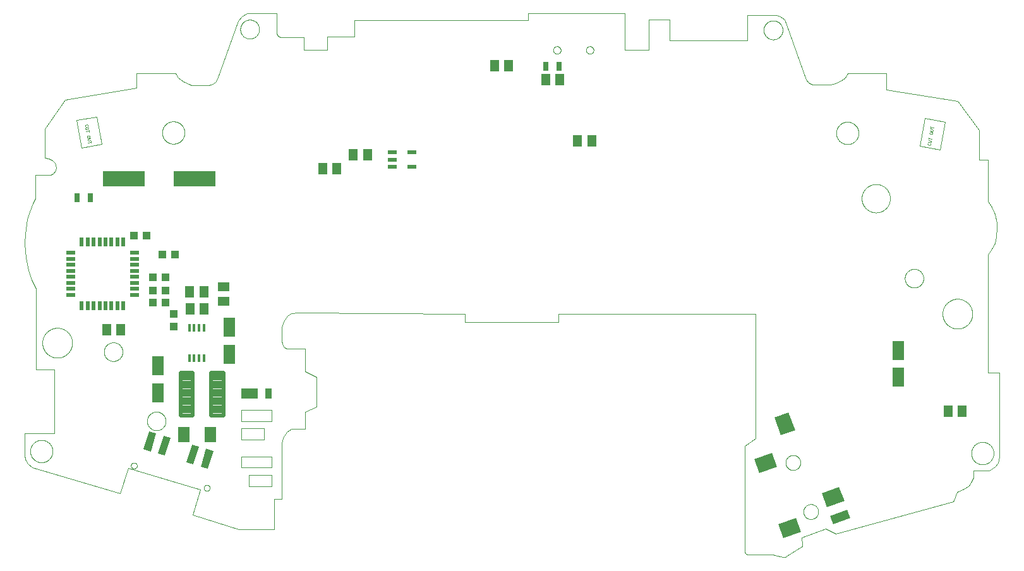
<source format=gbp>
G75*
%MOIN*%
%OFA0B0*%
%FSLAX25Y25*%
%IPPOS*%
%LPD*%
%AMOC8*
5,1,8,0,0,1.08239X$1,22.5*
%
%ADD10C,0.00000*%
%ADD11C,0.00039*%
%ADD12C,0.00100*%
%ADD13R,0.05118X0.05906*%
%ADD14R,0.03150X0.04724*%
%ADD15R,0.06299X0.10236*%
%ADD16R,0.01772X0.03937*%
%ADD17C,0.02165*%
%ADD18R,0.08661X0.05512*%
%ADD19R,0.03543X0.05512*%
%ADD20R,0.05906X0.05118*%
%ADD21R,0.04724X0.02165*%
%ADD22R,0.05000X0.02000*%
%ADD23R,0.02000X0.05000*%
%ADD24R,0.22000X0.08300*%
%ADD25R,0.04331X0.03937*%
%ADD26R,0.07874X0.09843*%
%ADD27R,0.04724X0.09843*%
%ADD28R,0.05906X0.08268*%
%ADD29R,0.03937X0.04331*%
%ADD30R,0.03937X0.09843*%
D10*
X0009602Y0057240D02*
X0055895Y0043393D01*
X0060345Y0056843D01*
X0098403Y0045455D01*
X0094488Y0032013D01*
X0118750Y0024545D01*
X0137455Y0024545D01*
X0137455Y0040564D01*
X0141358Y0040564D01*
X0141358Y0069902D01*
X0142017Y0072901D01*
X0144094Y0075934D01*
X0146330Y0077410D01*
X0153863Y0077410D01*
X0153863Y0086553D01*
X0159644Y0089064D01*
X0159644Y0104722D01*
X0153773Y0107915D01*
X0153773Y0119698D01*
X0144067Y0119698D01*
X0142565Y0120609D01*
X0141603Y0122094D01*
X0141335Y0124257D01*
X0141335Y0131200D01*
X0142324Y0134249D01*
X0144466Y0136969D01*
X0146362Y0138411D01*
X0149658Y0138699D01*
X0238092Y0138173D01*
X0238092Y0133747D01*
X0287386Y0133747D01*
X0287386Y0138264D01*
X0391399Y0138264D01*
X0391399Y0072528D01*
X0385624Y0068600D01*
X0385624Y0013034D01*
X0385625Y0013034D02*
X0385627Y0012947D01*
X0385633Y0012860D01*
X0385642Y0012773D01*
X0385655Y0012687D01*
X0385672Y0012602D01*
X0385693Y0012517D01*
X0385717Y0012434D01*
X0385745Y0012351D01*
X0385776Y0012270D01*
X0385811Y0012190D01*
X0385850Y0012112D01*
X0385892Y0012036D01*
X0385937Y0011961D01*
X0385985Y0011889D01*
X0386036Y0011818D01*
X0386091Y0011750D01*
X0386148Y0011685D01*
X0386208Y0011622D01*
X0386271Y0011562D01*
X0386336Y0011504D01*
X0386404Y0011450D01*
X0386474Y0011398D01*
X0386546Y0011349D01*
X0386621Y0011304D01*
X0386697Y0011262D01*
X0386775Y0011223D01*
X0386854Y0011188D01*
X0386936Y0011156D01*
X0387018Y0011128D01*
X0387101Y0011104D01*
X0387186Y0011083D01*
X0387271Y0011065D01*
X0387357Y0011052D01*
X0387444Y0011042D01*
X0387531Y0011036D01*
X0387618Y0011034D01*
X0387617Y0011034D02*
X0400773Y0010988D01*
X0401275Y0010922D02*
X0405925Y0009698D01*
X0407521Y0009953D02*
X0415283Y0014980D01*
X0415283Y0014979D02*
X0415355Y0015028D01*
X0415425Y0015080D01*
X0415493Y0015135D01*
X0415558Y0015193D01*
X0415621Y0015254D01*
X0415680Y0015318D01*
X0415737Y0015384D01*
X0415792Y0015452D01*
X0415843Y0015523D01*
X0415891Y0015596D01*
X0415935Y0015671D01*
X0415977Y0015747D01*
X0416015Y0015826D01*
X0416049Y0015906D01*
X0416080Y0015988D01*
X0416108Y0016070D01*
X0416132Y0016154D01*
X0416152Y0016239D01*
X0416168Y0016325D01*
X0416181Y0016411D01*
X0416190Y0016498D01*
X0416195Y0016585D01*
X0416196Y0016672D01*
X0416193Y0016759D01*
X0416187Y0016846D01*
X0416177Y0016933D01*
X0416177Y0016934D02*
X0415721Y0020217D01*
X0428437Y0024871D01*
X0433837Y0022218D01*
X0495728Y0039022D01*
X0496073Y0039807D01*
X0497824Y0044090D01*
X0501389Y0045724D01*
X0503943Y0047414D01*
X0505509Y0049639D01*
X0506292Y0051782D01*
X0506292Y0055523D01*
X0514665Y0055523D01*
X0517566Y0057534D01*
X0519478Y0059578D01*
X0520116Y0062643D01*
X0520116Y0107227D01*
X0514006Y0107227D01*
X0514006Y0169460D01*
X0515984Y0172344D01*
X0517674Y0175558D01*
X0518374Y0178937D01*
X0518704Y0183841D01*
X0518704Y0186272D01*
X0517674Y0190640D01*
X0515819Y0195007D01*
X0514020Y0197397D01*
X0514020Y0219346D01*
X0509531Y0219346D01*
X0509531Y0235264D01*
X0498199Y0250439D01*
X0460244Y0256444D01*
X0460244Y0265015D01*
X0440176Y0265015D01*
X0438610Y0262831D01*
X0436427Y0261101D01*
X0433542Y0259741D01*
X0430905Y0259082D01*
X0421469Y0259082D01*
X0419491Y0260235D01*
X0418214Y0261925D01*
X0407655Y0290871D01*
X0406676Y0293344D01*
X0404410Y0295249D01*
X0402504Y0295919D01*
X0386897Y0295919D01*
X0386897Y0282577D01*
X0345892Y0282577D01*
X0345892Y0293329D01*
X0334947Y0293329D01*
X0334947Y0277426D01*
X0322392Y0277426D01*
X0322392Y0296732D01*
X0271302Y0296732D01*
X0271302Y0293089D01*
X0179743Y0293089D01*
X0179750Y0284354D01*
X0165504Y0284354D01*
X0165504Y0277596D01*
X0152977Y0277596D01*
X0152977Y0284280D01*
X0140649Y0284280D01*
X0139264Y0284939D01*
X0138671Y0286257D01*
X0138671Y0296686D01*
X0123199Y0296686D01*
X0120232Y0295162D01*
X0118254Y0292895D01*
X0107384Y0262144D01*
X0106406Y0260598D01*
X0104500Y0259259D01*
X0102440Y0258749D01*
X0093776Y0258749D01*
X0092899Y0259034D01*
X0089355Y0260806D01*
X0086677Y0262866D01*
X0085441Y0265132D01*
X0064879Y0265132D01*
X0064879Y0257303D01*
X0027011Y0251223D01*
X0016244Y0235727D01*
X0016244Y0220539D01*
X0018327Y0220170D01*
X0020411Y0219063D01*
X0021888Y0217744D01*
X0022257Y0215529D01*
X0022072Y0213736D01*
X0020886Y0212180D01*
X0019461Y0211615D01*
X0011533Y0211615D01*
X0011533Y0199511D01*
X0011390Y0199161D01*
X0010137Y0196359D01*
X0008423Y0192172D01*
X0006940Y0188250D01*
X0005918Y0180503D01*
X0005588Y0175130D01*
X0006346Y0167746D01*
X0007698Y0161120D01*
X0009412Y0156010D01*
X0011723Y0151494D01*
X0011723Y0108707D01*
X0021476Y0108707D01*
X0021476Y0075244D01*
X0005849Y0075244D01*
X0005849Y0063303D01*
X0006125Y0061554D01*
X0007542Y0059043D01*
X0009602Y0057240D01*
X0008681Y0065675D02*
X0008683Y0065828D01*
X0008689Y0065982D01*
X0008699Y0066135D01*
X0008713Y0066287D01*
X0008731Y0066440D01*
X0008753Y0066591D01*
X0008778Y0066742D01*
X0008808Y0066893D01*
X0008842Y0067043D01*
X0008879Y0067191D01*
X0008920Y0067339D01*
X0008965Y0067485D01*
X0009014Y0067631D01*
X0009067Y0067775D01*
X0009123Y0067917D01*
X0009183Y0068058D01*
X0009247Y0068198D01*
X0009314Y0068336D01*
X0009385Y0068472D01*
X0009460Y0068606D01*
X0009537Y0068738D01*
X0009619Y0068868D01*
X0009703Y0068996D01*
X0009791Y0069122D01*
X0009882Y0069245D01*
X0009976Y0069366D01*
X0010074Y0069484D01*
X0010174Y0069600D01*
X0010278Y0069713D01*
X0010384Y0069824D01*
X0010493Y0069932D01*
X0010605Y0070037D01*
X0010719Y0070138D01*
X0010837Y0070237D01*
X0010956Y0070333D01*
X0011078Y0070426D01*
X0011203Y0070515D01*
X0011330Y0070602D01*
X0011459Y0070684D01*
X0011590Y0070764D01*
X0011723Y0070840D01*
X0011858Y0070913D01*
X0011995Y0070982D01*
X0012134Y0071047D01*
X0012274Y0071109D01*
X0012416Y0071167D01*
X0012559Y0071222D01*
X0012704Y0071273D01*
X0012850Y0071320D01*
X0012997Y0071363D01*
X0013145Y0071402D01*
X0013294Y0071438D01*
X0013444Y0071469D01*
X0013595Y0071497D01*
X0013746Y0071521D01*
X0013899Y0071541D01*
X0014051Y0071557D01*
X0014204Y0071569D01*
X0014357Y0071577D01*
X0014510Y0071581D01*
X0014664Y0071581D01*
X0014817Y0071577D01*
X0014970Y0071569D01*
X0015123Y0071557D01*
X0015275Y0071541D01*
X0015428Y0071521D01*
X0015579Y0071497D01*
X0015730Y0071469D01*
X0015880Y0071438D01*
X0016029Y0071402D01*
X0016177Y0071363D01*
X0016324Y0071320D01*
X0016470Y0071273D01*
X0016615Y0071222D01*
X0016758Y0071167D01*
X0016900Y0071109D01*
X0017040Y0071047D01*
X0017179Y0070982D01*
X0017316Y0070913D01*
X0017451Y0070840D01*
X0017584Y0070764D01*
X0017715Y0070684D01*
X0017844Y0070602D01*
X0017971Y0070515D01*
X0018096Y0070426D01*
X0018218Y0070333D01*
X0018337Y0070237D01*
X0018455Y0070138D01*
X0018569Y0070037D01*
X0018681Y0069932D01*
X0018790Y0069824D01*
X0018896Y0069713D01*
X0019000Y0069600D01*
X0019100Y0069484D01*
X0019198Y0069366D01*
X0019292Y0069245D01*
X0019383Y0069122D01*
X0019471Y0068996D01*
X0019555Y0068868D01*
X0019637Y0068738D01*
X0019714Y0068606D01*
X0019789Y0068472D01*
X0019860Y0068336D01*
X0019927Y0068198D01*
X0019991Y0068058D01*
X0020051Y0067917D01*
X0020107Y0067775D01*
X0020160Y0067631D01*
X0020209Y0067485D01*
X0020254Y0067339D01*
X0020295Y0067191D01*
X0020332Y0067043D01*
X0020366Y0066893D01*
X0020396Y0066742D01*
X0020421Y0066591D01*
X0020443Y0066440D01*
X0020461Y0066287D01*
X0020475Y0066135D01*
X0020485Y0065982D01*
X0020491Y0065828D01*
X0020493Y0065675D01*
X0020491Y0065522D01*
X0020485Y0065368D01*
X0020475Y0065215D01*
X0020461Y0065063D01*
X0020443Y0064910D01*
X0020421Y0064759D01*
X0020396Y0064608D01*
X0020366Y0064457D01*
X0020332Y0064307D01*
X0020295Y0064159D01*
X0020254Y0064011D01*
X0020209Y0063865D01*
X0020160Y0063719D01*
X0020107Y0063575D01*
X0020051Y0063433D01*
X0019991Y0063292D01*
X0019927Y0063152D01*
X0019860Y0063014D01*
X0019789Y0062878D01*
X0019714Y0062744D01*
X0019637Y0062612D01*
X0019555Y0062482D01*
X0019471Y0062354D01*
X0019383Y0062228D01*
X0019292Y0062105D01*
X0019198Y0061984D01*
X0019100Y0061866D01*
X0019000Y0061750D01*
X0018896Y0061637D01*
X0018790Y0061526D01*
X0018681Y0061418D01*
X0018569Y0061313D01*
X0018455Y0061212D01*
X0018337Y0061113D01*
X0018218Y0061017D01*
X0018096Y0060924D01*
X0017971Y0060835D01*
X0017844Y0060748D01*
X0017715Y0060666D01*
X0017584Y0060586D01*
X0017451Y0060510D01*
X0017316Y0060437D01*
X0017179Y0060368D01*
X0017040Y0060303D01*
X0016900Y0060241D01*
X0016758Y0060183D01*
X0016615Y0060128D01*
X0016470Y0060077D01*
X0016324Y0060030D01*
X0016177Y0059987D01*
X0016029Y0059948D01*
X0015880Y0059912D01*
X0015730Y0059881D01*
X0015579Y0059853D01*
X0015428Y0059829D01*
X0015275Y0059809D01*
X0015123Y0059793D01*
X0014970Y0059781D01*
X0014817Y0059773D01*
X0014664Y0059769D01*
X0014510Y0059769D01*
X0014357Y0059773D01*
X0014204Y0059781D01*
X0014051Y0059793D01*
X0013899Y0059809D01*
X0013746Y0059829D01*
X0013595Y0059853D01*
X0013444Y0059881D01*
X0013294Y0059912D01*
X0013145Y0059948D01*
X0012997Y0059987D01*
X0012850Y0060030D01*
X0012704Y0060077D01*
X0012559Y0060128D01*
X0012416Y0060183D01*
X0012274Y0060241D01*
X0012134Y0060303D01*
X0011995Y0060368D01*
X0011858Y0060437D01*
X0011723Y0060510D01*
X0011590Y0060586D01*
X0011459Y0060666D01*
X0011330Y0060748D01*
X0011203Y0060835D01*
X0011078Y0060924D01*
X0010956Y0061017D01*
X0010837Y0061113D01*
X0010719Y0061212D01*
X0010605Y0061313D01*
X0010493Y0061418D01*
X0010384Y0061526D01*
X0010278Y0061637D01*
X0010174Y0061750D01*
X0010074Y0061866D01*
X0009976Y0061984D01*
X0009882Y0062105D01*
X0009791Y0062228D01*
X0009703Y0062354D01*
X0009619Y0062482D01*
X0009537Y0062612D01*
X0009460Y0062744D01*
X0009385Y0062878D01*
X0009314Y0063014D01*
X0009247Y0063152D01*
X0009183Y0063292D01*
X0009123Y0063433D01*
X0009067Y0063575D01*
X0009014Y0063719D01*
X0008965Y0063865D01*
X0008920Y0064011D01*
X0008879Y0064159D01*
X0008842Y0064307D01*
X0008808Y0064457D01*
X0008778Y0064608D01*
X0008753Y0064759D01*
X0008731Y0064910D01*
X0008713Y0065063D01*
X0008699Y0065215D01*
X0008689Y0065368D01*
X0008683Y0065522D01*
X0008681Y0065675D01*
X0061822Y0058041D02*
X0061824Y0058120D01*
X0061830Y0058199D01*
X0061840Y0058278D01*
X0061854Y0058356D01*
X0061871Y0058433D01*
X0061893Y0058509D01*
X0061918Y0058584D01*
X0061948Y0058657D01*
X0061980Y0058729D01*
X0062017Y0058800D01*
X0062057Y0058868D01*
X0062100Y0058934D01*
X0062146Y0058998D01*
X0062196Y0059060D01*
X0062249Y0059119D01*
X0062304Y0059175D01*
X0062363Y0059229D01*
X0062424Y0059279D01*
X0062487Y0059327D01*
X0062553Y0059371D01*
X0062621Y0059412D01*
X0062691Y0059449D01*
X0062762Y0059483D01*
X0062836Y0059513D01*
X0062910Y0059539D01*
X0062986Y0059561D01*
X0063063Y0059580D01*
X0063141Y0059595D01*
X0063219Y0059606D01*
X0063298Y0059613D01*
X0063377Y0059616D01*
X0063456Y0059615D01*
X0063535Y0059610D01*
X0063614Y0059601D01*
X0063692Y0059588D01*
X0063769Y0059571D01*
X0063846Y0059551D01*
X0063921Y0059526D01*
X0063995Y0059498D01*
X0064068Y0059466D01*
X0064138Y0059431D01*
X0064207Y0059392D01*
X0064274Y0059349D01*
X0064339Y0059303D01*
X0064401Y0059255D01*
X0064461Y0059203D01*
X0064518Y0059148D01*
X0064572Y0059090D01*
X0064623Y0059030D01*
X0064671Y0058967D01*
X0064716Y0058902D01*
X0064758Y0058834D01*
X0064796Y0058765D01*
X0064830Y0058694D01*
X0064861Y0058621D01*
X0064889Y0058546D01*
X0064912Y0058471D01*
X0064932Y0058394D01*
X0064948Y0058317D01*
X0064960Y0058238D01*
X0064968Y0058160D01*
X0064972Y0058081D01*
X0064972Y0058001D01*
X0064968Y0057922D01*
X0064960Y0057844D01*
X0064948Y0057765D01*
X0064932Y0057688D01*
X0064912Y0057611D01*
X0064889Y0057536D01*
X0064861Y0057461D01*
X0064830Y0057388D01*
X0064796Y0057317D01*
X0064758Y0057248D01*
X0064716Y0057180D01*
X0064671Y0057115D01*
X0064623Y0057052D01*
X0064572Y0056992D01*
X0064518Y0056934D01*
X0064461Y0056879D01*
X0064401Y0056827D01*
X0064339Y0056779D01*
X0064274Y0056733D01*
X0064207Y0056690D01*
X0064138Y0056651D01*
X0064068Y0056616D01*
X0063995Y0056584D01*
X0063921Y0056556D01*
X0063846Y0056531D01*
X0063769Y0056511D01*
X0063692Y0056494D01*
X0063614Y0056481D01*
X0063535Y0056472D01*
X0063456Y0056467D01*
X0063377Y0056466D01*
X0063298Y0056469D01*
X0063219Y0056476D01*
X0063141Y0056487D01*
X0063063Y0056502D01*
X0062986Y0056521D01*
X0062910Y0056543D01*
X0062836Y0056569D01*
X0062762Y0056599D01*
X0062691Y0056633D01*
X0062621Y0056670D01*
X0062553Y0056711D01*
X0062487Y0056755D01*
X0062424Y0056803D01*
X0062363Y0056853D01*
X0062304Y0056907D01*
X0062249Y0056963D01*
X0062196Y0057022D01*
X0062146Y0057084D01*
X0062100Y0057148D01*
X0062057Y0057214D01*
X0062017Y0057282D01*
X0061980Y0057353D01*
X0061948Y0057425D01*
X0061918Y0057498D01*
X0061893Y0057573D01*
X0061871Y0057649D01*
X0061854Y0057726D01*
X0061840Y0057804D01*
X0061830Y0057883D01*
X0061824Y0057962D01*
X0061822Y0058041D01*
X0100225Y0046300D02*
X0100227Y0046379D01*
X0100233Y0046458D01*
X0100243Y0046537D01*
X0100257Y0046615D01*
X0100274Y0046692D01*
X0100296Y0046768D01*
X0100321Y0046843D01*
X0100351Y0046916D01*
X0100383Y0046988D01*
X0100420Y0047059D01*
X0100460Y0047127D01*
X0100503Y0047193D01*
X0100549Y0047257D01*
X0100599Y0047319D01*
X0100652Y0047378D01*
X0100707Y0047434D01*
X0100766Y0047488D01*
X0100827Y0047538D01*
X0100890Y0047586D01*
X0100956Y0047630D01*
X0101024Y0047671D01*
X0101094Y0047708D01*
X0101165Y0047742D01*
X0101239Y0047772D01*
X0101313Y0047798D01*
X0101389Y0047820D01*
X0101466Y0047839D01*
X0101544Y0047854D01*
X0101622Y0047865D01*
X0101701Y0047872D01*
X0101780Y0047875D01*
X0101859Y0047874D01*
X0101938Y0047869D01*
X0102017Y0047860D01*
X0102095Y0047847D01*
X0102172Y0047830D01*
X0102249Y0047810D01*
X0102324Y0047785D01*
X0102398Y0047757D01*
X0102471Y0047725D01*
X0102541Y0047690D01*
X0102610Y0047651D01*
X0102677Y0047608D01*
X0102742Y0047562D01*
X0102804Y0047514D01*
X0102864Y0047462D01*
X0102921Y0047407D01*
X0102975Y0047349D01*
X0103026Y0047289D01*
X0103074Y0047226D01*
X0103119Y0047161D01*
X0103161Y0047093D01*
X0103199Y0047024D01*
X0103233Y0046953D01*
X0103264Y0046880D01*
X0103292Y0046805D01*
X0103315Y0046730D01*
X0103335Y0046653D01*
X0103351Y0046576D01*
X0103363Y0046497D01*
X0103371Y0046419D01*
X0103375Y0046340D01*
X0103375Y0046260D01*
X0103371Y0046181D01*
X0103363Y0046103D01*
X0103351Y0046024D01*
X0103335Y0045947D01*
X0103315Y0045870D01*
X0103292Y0045795D01*
X0103264Y0045720D01*
X0103233Y0045647D01*
X0103199Y0045576D01*
X0103161Y0045507D01*
X0103119Y0045439D01*
X0103074Y0045374D01*
X0103026Y0045311D01*
X0102975Y0045251D01*
X0102921Y0045193D01*
X0102864Y0045138D01*
X0102804Y0045086D01*
X0102742Y0045038D01*
X0102677Y0044992D01*
X0102610Y0044949D01*
X0102541Y0044910D01*
X0102471Y0044875D01*
X0102398Y0044843D01*
X0102324Y0044815D01*
X0102249Y0044790D01*
X0102172Y0044770D01*
X0102095Y0044753D01*
X0102017Y0044740D01*
X0101938Y0044731D01*
X0101859Y0044726D01*
X0101780Y0044725D01*
X0101701Y0044728D01*
X0101622Y0044735D01*
X0101544Y0044746D01*
X0101466Y0044761D01*
X0101389Y0044780D01*
X0101313Y0044802D01*
X0101239Y0044828D01*
X0101165Y0044858D01*
X0101094Y0044892D01*
X0101024Y0044929D01*
X0100956Y0044970D01*
X0100890Y0045014D01*
X0100827Y0045062D01*
X0100766Y0045112D01*
X0100707Y0045166D01*
X0100652Y0045222D01*
X0100599Y0045281D01*
X0100549Y0045343D01*
X0100503Y0045407D01*
X0100460Y0045473D01*
X0100420Y0045541D01*
X0100383Y0045612D01*
X0100351Y0045684D01*
X0100321Y0045757D01*
X0100296Y0045832D01*
X0100274Y0045908D01*
X0100257Y0045985D01*
X0100243Y0046063D01*
X0100233Y0046142D01*
X0100227Y0046221D01*
X0100225Y0046300D01*
X0070345Y0081566D02*
X0070347Y0081706D01*
X0070353Y0081846D01*
X0070363Y0081985D01*
X0070377Y0082124D01*
X0070395Y0082263D01*
X0070416Y0082401D01*
X0070442Y0082539D01*
X0070472Y0082676D01*
X0070505Y0082811D01*
X0070543Y0082946D01*
X0070584Y0083080D01*
X0070629Y0083213D01*
X0070677Y0083344D01*
X0070730Y0083473D01*
X0070786Y0083602D01*
X0070845Y0083728D01*
X0070909Y0083853D01*
X0070975Y0083976D01*
X0071046Y0084097D01*
X0071119Y0084216D01*
X0071196Y0084333D01*
X0071277Y0084447D01*
X0071360Y0084559D01*
X0071447Y0084669D01*
X0071537Y0084777D01*
X0071629Y0084881D01*
X0071725Y0084983D01*
X0071824Y0085083D01*
X0071925Y0085179D01*
X0072029Y0085273D01*
X0072136Y0085363D01*
X0072245Y0085450D01*
X0072357Y0085535D01*
X0072471Y0085616D01*
X0072587Y0085694D01*
X0072705Y0085768D01*
X0072826Y0085839D01*
X0072948Y0085907D01*
X0073073Y0085971D01*
X0073199Y0086032D01*
X0073326Y0086089D01*
X0073456Y0086142D01*
X0073587Y0086192D01*
X0073719Y0086237D01*
X0073852Y0086280D01*
X0073987Y0086318D01*
X0074122Y0086352D01*
X0074259Y0086383D01*
X0074396Y0086410D01*
X0074534Y0086432D01*
X0074673Y0086451D01*
X0074812Y0086466D01*
X0074951Y0086477D01*
X0075091Y0086484D01*
X0075231Y0086487D01*
X0075371Y0086486D01*
X0075511Y0086481D01*
X0075650Y0086472D01*
X0075790Y0086459D01*
X0075929Y0086442D01*
X0076067Y0086421D01*
X0076205Y0086397D01*
X0076342Y0086368D01*
X0076478Y0086336D01*
X0076613Y0086299D01*
X0076747Y0086259D01*
X0076880Y0086215D01*
X0077011Y0086167D01*
X0077141Y0086116D01*
X0077270Y0086061D01*
X0077397Y0086002D01*
X0077522Y0085939D01*
X0077645Y0085874D01*
X0077767Y0085804D01*
X0077886Y0085731D01*
X0078004Y0085655D01*
X0078119Y0085576D01*
X0078232Y0085493D01*
X0078342Y0085407D01*
X0078450Y0085318D01*
X0078555Y0085226D01*
X0078658Y0085131D01*
X0078758Y0085033D01*
X0078855Y0084933D01*
X0078949Y0084829D01*
X0079041Y0084723D01*
X0079129Y0084615D01*
X0079214Y0084504D01*
X0079296Y0084390D01*
X0079375Y0084274D01*
X0079450Y0084157D01*
X0079522Y0084037D01*
X0079590Y0083915D01*
X0079655Y0083791D01*
X0079717Y0083665D01*
X0079775Y0083538D01*
X0079829Y0083409D01*
X0079880Y0083278D01*
X0079926Y0083146D01*
X0079969Y0083013D01*
X0080009Y0082879D01*
X0080044Y0082744D01*
X0080076Y0082607D01*
X0080103Y0082470D01*
X0080127Y0082332D01*
X0080147Y0082194D01*
X0080163Y0082055D01*
X0080175Y0081915D01*
X0080183Y0081776D01*
X0080187Y0081636D01*
X0080187Y0081496D01*
X0080183Y0081356D01*
X0080175Y0081217D01*
X0080163Y0081077D01*
X0080147Y0080938D01*
X0080127Y0080800D01*
X0080103Y0080662D01*
X0080076Y0080525D01*
X0080044Y0080388D01*
X0080009Y0080253D01*
X0079969Y0080119D01*
X0079926Y0079986D01*
X0079880Y0079854D01*
X0079829Y0079723D01*
X0079775Y0079594D01*
X0079717Y0079467D01*
X0079655Y0079341D01*
X0079590Y0079217D01*
X0079522Y0079095D01*
X0079450Y0078975D01*
X0079375Y0078858D01*
X0079296Y0078742D01*
X0079214Y0078628D01*
X0079129Y0078517D01*
X0079041Y0078409D01*
X0078949Y0078303D01*
X0078855Y0078199D01*
X0078758Y0078099D01*
X0078658Y0078001D01*
X0078555Y0077906D01*
X0078450Y0077814D01*
X0078342Y0077725D01*
X0078232Y0077639D01*
X0078119Y0077556D01*
X0078004Y0077477D01*
X0077886Y0077401D01*
X0077767Y0077328D01*
X0077645Y0077258D01*
X0077522Y0077193D01*
X0077397Y0077130D01*
X0077270Y0077071D01*
X0077141Y0077016D01*
X0077011Y0076965D01*
X0076880Y0076917D01*
X0076747Y0076873D01*
X0076613Y0076833D01*
X0076478Y0076796D01*
X0076342Y0076764D01*
X0076205Y0076735D01*
X0076067Y0076711D01*
X0075929Y0076690D01*
X0075790Y0076673D01*
X0075650Y0076660D01*
X0075511Y0076651D01*
X0075371Y0076646D01*
X0075231Y0076645D01*
X0075091Y0076648D01*
X0074951Y0076655D01*
X0074812Y0076666D01*
X0074673Y0076681D01*
X0074534Y0076700D01*
X0074396Y0076722D01*
X0074259Y0076749D01*
X0074122Y0076780D01*
X0073987Y0076814D01*
X0073852Y0076852D01*
X0073719Y0076895D01*
X0073587Y0076940D01*
X0073456Y0076990D01*
X0073326Y0077043D01*
X0073199Y0077100D01*
X0073073Y0077161D01*
X0072948Y0077225D01*
X0072826Y0077293D01*
X0072705Y0077364D01*
X0072587Y0077438D01*
X0072471Y0077516D01*
X0072357Y0077597D01*
X0072245Y0077682D01*
X0072136Y0077769D01*
X0072029Y0077859D01*
X0071925Y0077953D01*
X0071824Y0078049D01*
X0071725Y0078149D01*
X0071629Y0078251D01*
X0071537Y0078355D01*
X0071447Y0078463D01*
X0071360Y0078573D01*
X0071277Y0078685D01*
X0071196Y0078799D01*
X0071119Y0078916D01*
X0071046Y0079035D01*
X0070975Y0079156D01*
X0070909Y0079279D01*
X0070845Y0079404D01*
X0070786Y0079530D01*
X0070730Y0079659D01*
X0070677Y0079788D01*
X0070629Y0079919D01*
X0070584Y0080052D01*
X0070543Y0080186D01*
X0070505Y0080321D01*
X0070472Y0080456D01*
X0070442Y0080593D01*
X0070416Y0080731D01*
X0070395Y0080869D01*
X0070377Y0081008D01*
X0070363Y0081147D01*
X0070353Y0081286D01*
X0070347Y0081426D01*
X0070345Y0081566D01*
X0047586Y0118128D02*
X0047588Y0118268D01*
X0047594Y0118408D01*
X0047604Y0118547D01*
X0047618Y0118686D01*
X0047636Y0118825D01*
X0047657Y0118963D01*
X0047683Y0119101D01*
X0047713Y0119238D01*
X0047746Y0119373D01*
X0047784Y0119508D01*
X0047825Y0119642D01*
X0047870Y0119775D01*
X0047918Y0119906D01*
X0047971Y0120035D01*
X0048027Y0120164D01*
X0048086Y0120290D01*
X0048150Y0120415D01*
X0048216Y0120538D01*
X0048287Y0120659D01*
X0048360Y0120778D01*
X0048437Y0120895D01*
X0048518Y0121009D01*
X0048601Y0121121D01*
X0048688Y0121231D01*
X0048778Y0121339D01*
X0048870Y0121443D01*
X0048966Y0121545D01*
X0049065Y0121645D01*
X0049166Y0121741D01*
X0049270Y0121835D01*
X0049377Y0121925D01*
X0049486Y0122012D01*
X0049598Y0122097D01*
X0049712Y0122178D01*
X0049828Y0122256D01*
X0049946Y0122330D01*
X0050067Y0122401D01*
X0050189Y0122469D01*
X0050314Y0122533D01*
X0050440Y0122594D01*
X0050567Y0122651D01*
X0050697Y0122704D01*
X0050828Y0122754D01*
X0050960Y0122799D01*
X0051093Y0122842D01*
X0051228Y0122880D01*
X0051363Y0122914D01*
X0051500Y0122945D01*
X0051637Y0122972D01*
X0051775Y0122994D01*
X0051914Y0123013D01*
X0052053Y0123028D01*
X0052192Y0123039D01*
X0052332Y0123046D01*
X0052472Y0123049D01*
X0052612Y0123048D01*
X0052752Y0123043D01*
X0052891Y0123034D01*
X0053031Y0123021D01*
X0053170Y0123004D01*
X0053308Y0122983D01*
X0053446Y0122959D01*
X0053583Y0122930D01*
X0053719Y0122898D01*
X0053854Y0122861D01*
X0053988Y0122821D01*
X0054121Y0122777D01*
X0054252Y0122729D01*
X0054382Y0122678D01*
X0054511Y0122623D01*
X0054638Y0122564D01*
X0054763Y0122501D01*
X0054886Y0122436D01*
X0055008Y0122366D01*
X0055127Y0122293D01*
X0055245Y0122217D01*
X0055360Y0122138D01*
X0055473Y0122055D01*
X0055583Y0121969D01*
X0055691Y0121880D01*
X0055796Y0121788D01*
X0055899Y0121693D01*
X0055999Y0121595D01*
X0056096Y0121495D01*
X0056190Y0121391D01*
X0056282Y0121285D01*
X0056370Y0121177D01*
X0056455Y0121066D01*
X0056537Y0120952D01*
X0056616Y0120836D01*
X0056691Y0120719D01*
X0056763Y0120599D01*
X0056831Y0120477D01*
X0056896Y0120353D01*
X0056958Y0120227D01*
X0057016Y0120100D01*
X0057070Y0119971D01*
X0057121Y0119840D01*
X0057167Y0119708D01*
X0057210Y0119575D01*
X0057250Y0119441D01*
X0057285Y0119306D01*
X0057317Y0119169D01*
X0057344Y0119032D01*
X0057368Y0118894D01*
X0057388Y0118756D01*
X0057404Y0118617D01*
X0057416Y0118477D01*
X0057424Y0118338D01*
X0057428Y0118198D01*
X0057428Y0118058D01*
X0057424Y0117918D01*
X0057416Y0117779D01*
X0057404Y0117639D01*
X0057388Y0117500D01*
X0057368Y0117362D01*
X0057344Y0117224D01*
X0057317Y0117087D01*
X0057285Y0116950D01*
X0057250Y0116815D01*
X0057210Y0116681D01*
X0057167Y0116548D01*
X0057121Y0116416D01*
X0057070Y0116285D01*
X0057016Y0116156D01*
X0056958Y0116029D01*
X0056896Y0115903D01*
X0056831Y0115779D01*
X0056763Y0115657D01*
X0056691Y0115537D01*
X0056616Y0115420D01*
X0056537Y0115304D01*
X0056455Y0115190D01*
X0056370Y0115079D01*
X0056282Y0114971D01*
X0056190Y0114865D01*
X0056096Y0114761D01*
X0055999Y0114661D01*
X0055899Y0114563D01*
X0055796Y0114468D01*
X0055691Y0114376D01*
X0055583Y0114287D01*
X0055473Y0114201D01*
X0055360Y0114118D01*
X0055245Y0114039D01*
X0055127Y0113963D01*
X0055008Y0113890D01*
X0054886Y0113820D01*
X0054763Y0113755D01*
X0054638Y0113692D01*
X0054511Y0113633D01*
X0054382Y0113578D01*
X0054252Y0113527D01*
X0054121Y0113479D01*
X0053988Y0113435D01*
X0053854Y0113395D01*
X0053719Y0113358D01*
X0053583Y0113326D01*
X0053446Y0113297D01*
X0053308Y0113273D01*
X0053170Y0113252D01*
X0053031Y0113235D01*
X0052891Y0113222D01*
X0052752Y0113213D01*
X0052612Y0113208D01*
X0052472Y0113207D01*
X0052332Y0113210D01*
X0052192Y0113217D01*
X0052053Y0113228D01*
X0051914Y0113243D01*
X0051775Y0113262D01*
X0051637Y0113284D01*
X0051500Y0113311D01*
X0051363Y0113342D01*
X0051228Y0113376D01*
X0051093Y0113414D01*
X0050960Y0113457D01*
X0050828Y0113502D01*
X0050697Y0113552D01*
X0050567Y0113605D01*
X0050440Y0113662D01*
X0050314Y0113723D01*
X0050189Y0113787D01*
X0050067Y0113855D01*
X0049946Y0113926D01*
X0049828Y0114000D01*
X0049712Y0114078D01*
X0049598Y0114159D01*
X0049486Y0114244D01*
X0049377Y0114331D01*
X0049270Y0114421D01*
X0049166Y0114515D01*
X0049065Y0114611D01*
X0048966Y0114711D01*
X0048870Y0114813D01*
X0048778Y0114917D01*
X0048688Y0115025D01*
X0048601Y0115135D01*
X0048518Y0115247D01*
X0048437Y0115361D01*
X0048360Y0115478D01*
X0048287Y0115597D01*
X0048216Y0115718D01*
X0048150Y0115841D01*
X0048086Y0115966D01*
X0048027Y0116092D01*
X0047971Y0116221D01*
X0047918Y0116350D01*
X0047870Y0116481D01*
X0047825Y0116614D01*
X0047784Y0116748D01*
X0047746Y0116883D01*
X0047713Y0117018D01*
X0047683Y0117155D01*
X0047657Y0117293D01*
X0047636Y0117431D01*
X0047618Y0117570D01*
X0047604Y0117709D01*
X0047594Y0117848D01*
X0047588Y0117988D01*
X0047586Y0118128D01*
X0015090Y0122855D02*
X0015092Y0123048D01*
X0015099Y0123241D01*
X0015111Y0123434D01*
X0015128Y0123627D01*
X0015149Y0123819D01*
X0015175Y0124010D01*
X0015206Y0124201D01*
X0015241Y0124391D01*
X0015281Y0124580D01*
X0015326Y0124768D01*
X0015375Y0124955D01*
X0015429Y0125141D01*
X0015487Y0125325D01*
X0015550Y0125508D01*
X0015618Y0125689D01*
X0015689Y0125868D01*
X0015766Y0126046D01*
X0015846Y0126222D01*
X0015931Y0126395D01*
X0016020Y0126567D01*
X0016113Y0126736D01*
X0016210Y0126903D01*
X0016312Y0127068D01*
X0016417Y0127230D01*
X0016526Y0127389D01*
X0016640Y0127546D01*
X0016757Y0127699D01*
X0016877Y0127850D01*
X0017002Y0127998D01*
X0017130Y0128143D01*
X0017261Y0128284D01*
X0017396Y0128423D01*
X0017535Y0128558D01*
X0017676Y0128689D01*
X0017821Y0128817D01*
X0017969Y0128942D01*
X0018120Y0129062D01*
X0018273Y0129179D01*
X0018430Y0129293D01*
X0018589Y0129402D01*
X0018751Y0129507D01*
X0018916Y0129609D01*
X0019083Y0129706D01*
X0019252Y0129799D01*
X0019424Y0129888D01*
X0019597Y0129973D01*
X0019773Y0130053D01*
X0019951Y0130130D01*
X0020130Y0130201D01*
X0020311Y0130269D01*
X0020494Y0130332D01*
X0020678Y0130390D01*
X0020864Y0130444D01*
X0021051Y0130493D01*
X0021239Y0130538D01*
X0021428Y0130578D01*
X0021618Y0130613D01*
X0021809Y0130644D01*
X0022000Y0130670D01*
X0022192Y0130691D01*
X0022385Y0130708D01*
X0022578Y0130720D01*
X0022771Y0130727D01*
X0022964Y0130729D01*
X0023157Y0130727D01*
X0023350Y0130720D01*
X0023543Y0130708D01*
X0023736Y0130691D01*
X0023928Y0130670D01*
X0024119Y0130644D01*
X0024310Y0130613D01*
X0024500Y0130578D01*
X0024689Y0130538D01*
X0024877Y0130493D01*
X0025064Y0130444D01*
X0025250Y0130390D01*
X0025434Y0130332D01*
X0025617Y0130269D01*
X0025798Y0130201D01*
X0025977Y0130130D01*
X0026155Y0130053D01*
X0026331Y0129973D01*
X0026504Y0129888D01*
X0026676Y0129799D01*
X0026845Y0129706D01*
X0027012Y0129609D01*
X0027177Y0129507D01*
X0027339Y0129402D01*
X0027498Y0129293D01*
X0027655Y0129179D01*
X0027808Y0129062D01*
X0027959Y0128942D01*
X0028107Y0128817D01*
X0028252Y0128689D01*
X0028393Y0128558D01*
X0028532Y0128423D01*
X0028667Y0128284D01*
X0028798Y0128143D01*
X0028926Y0127998D01*
X0029051Y0127850D01*
X0029171Y0127699D01*
X0029288Y0127546D01*
X0029402Y0127389D01*
X0029511Y0127230D01*
X0029616Y0127068D01*
X0029718Y0126903D01*
X0029815Y0126736D01*
X0029908Y0126567D01*
X0029997Y0126395D01*
X0030082Y0126222D01*
X0030162Y0126046D01*
X0030239Y0125868D01*
X0030310Y0125689D01*
X0030378Y0125508D01*
X0030441Y0125325D01*
X0030499Y0125141D01*
X0030553Y0124955D01*
X0030602Y0124768D01*
X0030647Y0124580D01*
X0030687Y0124391D01*
X0030722Y0124201D01*
X0030753Y0124010D01*
X0030779Y0123819D01*
X0030800Y0123627D01*
X0030817Y0123434D01*
X0030829Y0123241D01*
X0030836Y0123048D01*
X0030838Y0122855D01*
X0030836Y0122662D01*
X0030829Y0122469D01*
X0030817Y0122276D01*
X0030800Y0122083D01*
X0030779Y0121891D01*
X0030753Y0121700D01*
X0030722Y0121509D01*
X0030687Y0121319D01*
X0030647Y0121130D01*
X0030602Y0120942D01*
X0030553Y0120755D01*
X0030499Y0120569D01*
X0030441Y0120385D01*
X0030378Y0120202D01*
X0030310Y0120021D01*
X0030239Y0119842D01*
X0030162Y0119664D01*
X0030082Y0119488D01*
X0029997Y0119315D01*
X0029908Y0119143D01*
X0029815Y0118974D01*
X0029718Y0118807D01*
X0029616Y0118642D01*
X0029511Y0118480D01*
X0029402Y0118321D01*
X0029288Y0118164D01*
X0029171Y0118011D01*
X0029051Y0117860D01*
X0028926Y0117712D01*
X0028798Y0117567D01*
X0028667Y0117426D01*
X0028532Y0117287D01*
X0028393Y0117152D01*
X0028252Y0117021D01*
X0028107Y0116893D01*
X0027959Y0116768D01*
X0027808Y0116648D01*
X0027655Y0116531D01*
X0027498Y0116417D01*
X0027339Y0116308D01*
X0027177Y0116203D01*
X0027012Y0116101D01*
X0026845Y0116004D01*
X0026676Y0115911D01*
X0026504Y0115822D01*
X0026331Y0115737D01*
X0026155Y0115657D01*
X0025977Y0115580D01*
X0025798Y0115509D01*
X0025617Y0115441D01*
X0025434Y0115378D01*
X0025250Y0115320D01*
X0025064Y0115266D01*
X0024877Y0115217D01*
X0024689Y0115172D01*
X0024500Y0115132D01*
X0024310Y0115097D01*
X0024119Y0115066D01*
X0023928Y0115040D01*
X0023736Y0115019D01*
X0023543Y0115002D01*
X0023350Y0114990D01*
X0023157Y0114983D01*
X0022964Y0114981D01*
X0022771Y0114983D01*
X0022578Y0114990D01*
X0022385Y0115002D01*
X0022192Y0115019D01*
X0022000Y0115040D01*
X0021809Y0115066D01*
X0021618Y0115097D01*
X0021428Y0115132D01*
X0021239Y0115172D01*
X0021051Y0115217D01*
X0020864Y0115266D01*
X0020678Y0115320D01*
X0020494Y0115378D01*
X0020311Y0115441D01*
X0020130Y0115509D01*
X0019951Y0115580D01*
X0019773Y0115657D01*
X0019597Y0115737D01*
X0019424Y0115822D01*
X0019252Y0115911D01*
X0019083Y0116004D01*
X0018916Y0116101D01*
X0018751Y0116203D01*
X0018589Y0116308D01*
X0018430Y0116417D01*
X0018273Y0116531D01*
X0018120Y0116648D01*
X0017969Y0116768D01*
X0017821Y0116893D01*
X0017676Y0117021D01*
X0017535Y0117152D01*
X0017396Y0117287D01*
X0017261Y0117426D01*
X0017130Y0117567D01*
X0017002Y0117712D01*
X0016877Y0117860D01*
X0016757Y0118011D01*
X0016640Y0118164D01*
X0016526Y0118321D01*
X0016417Y0118480D01*
X0016312Y0118642D01*
X0016210Y0118807D01*
X0016113Y0118974D01*
X0016020Y0119143D01*
X0015931Y0119315D01*
X0015846Y0119488D01*
X0015766Y0119664D01*
X0015689Y0119842D01*
X0015618Y0120021D01*
X0015550Y0120202D01*
X0015487Y0120385D01*
X0015429Y0120569D01*
X0015375Y0120755D01*
X0015326Y0120942D01*
X0015281Y0121130D01*
X0015241Y0121319D01*
X0015206Y0121509D01*
X0015175Y0121700D01*
X0015149Y0121891D01*
X0015128Y0122083D01*
X0015111Y0122276D01*
X0015099Y0122469D01*
X0015092Y0122662D01*
X0015090Y0122855D01*
X0078308Y0233792D02*
X0078310Y0233945D01*
X0078316Y0234099D01*
X0078326Y0234252D01*
X0078340Y0234404D01*
X0078358Y0234557D01*
X0078380Y0234708D01*
X0078405Y0234859D01*
X0078435Y0235010D01*
X0078469Y0235160D01*
X0078506Y0235308D01*
X0078547Y0235456D01*
X0078592Y0235602D01*
X0078641Y0235748D01*
X0078694Y0235892D01*
X0078750Y0236034D01*
X0078810Y0236175D01*
X0078874Y0236315D01*
X0078941Y0236453D01*
X0079012Y0236589D01*
X0079087Y0236723D01*
X0079164Y0236855D01*
X0079246Y0236985D01*
X0079330Y0237113D01*
X0079418Y0237239D01*
X0079509Y0237362D01*
X0079603Y0237483D01*
X0079701Y0237601D01*
X0079801Y0237717D01*
X0079905Y0237830D01*
X0080011Y0237941D01*
X0080120Y0238049D01*
X0080232Y0238154D01*
X0080346Y0238255D01*
X0080464Y0238354D01*
X0080583Y0238450D01*
X0080705Y0238543D01*
X0080830Y0238632D01*
X0080957Y0238719D01*
X0081086Y0238801D01*
X0081217Y0238881D01*
X0081350Y0238957D01*
X0081485Y0239030D01*
X0081622Y0239099D01*
X0081761Y0239164D01*
X0081901Y0239226D01*
X0082043Y0239284D01*
X0082186Y0239339D01*
X0082331Y0239390D01*
X0082477Y0239437D01*
X0082624Y0239480D01*
X0082772Y0239519D01*
X0082921Y0239555D01*
X0083071Y0239586D01*
X0083222Y0239614D01*
X0083373Y0239638D01*
X0083526Y0239658D01*
X0083678Y0239674D01*
X0083831Y0239686D01*
X0083984Y0239694D01*
X0084137Y0239698D01*
X0084291Y0239698D01*
X0084444Y0239694D01*
X0084597Y0239686D01*
X0084750Y0239674D01*
X0084902Y0239658D01*
X0085055Y0239638D01*
X0085206Y0239614D01*
X0085357Y0239586D01*
X0085507Y0239555D01*
X0085656Y0239519D01*
X0085804Y0239480D01*
X0085951Y0239437D01*
X0086097Y0239390D01*
X0086242Y0239339D01*
X0086385Y0239284D01*
X0086527Y0239226D01*
X0086667Y0239164D01*
X0086806Y0239099D01*
X0086943Y0239030D01*
X0087078Y0238957D01*
X0087211Y0238881D01*
X0087342Y0238801D01*
X0087471Y0238719D01*
X0087598Y0238632D01*
X0087723Y0238543D01*
X0087845Y0238450D01*
X0087964Y0238354D01*
X0088082Y0238255D01*
X0088196Y0238154D01*
X0088308Y0238049D01*
X0088417Y0237941D01*
X0088523Y0237830D01*
X0088627Y0237717D01*
X0088727Y0237601D01*
X0088825Y0237483D01*
X0088919Y0237362D01*
X0089010Y0237239D01*
X0089098Y0237113D01*
X0089182Y0236985D01*
X0089264Y0236855D01*
X0089341Y0236723D01*
X0089416Y0236589D01*
X0089487Y0236453D01*
X0089554Y0236315D01*
X0089618Y0236175D01*
X0089678Y0236034D01*
X0089734Y0235892D01*
X0089787Y0235748D01*
X0089836Y0235602D01*
X0089881Y0235456D01*
X0089922Y0235308D01*
X0089959Y0235160D01*
X0089993Y0235010D01*
X0090023Y0234859D01*
X0090048Y0234708D01*
X0090070Y0234557D01*
X0090088Y0234404D01*
X0090102Y0234252D01*
X0090112Y0234099D01*
X0090118Y0233945D01*
X0090120Y0233792D01*
X0090118Y0233639D01*
X0090112Y0233485D01*
X0090102Y0233332D01*
X0090088Y0233180D01*
X0090070Y0233027D01*
X0090048Y0232876D01*
X0090023Y0232725D01*
X0089993Y0232574D01*
X0089959Y0232424D01*
X0089922Y0232276D01*
X0089881Y0232128D01*
X0089836Y0231982D01*
X0089787Y0231836D01*
X0089734Y0231692D01*
X0089678Y0231550D01*
X0089618Y0231409D01*
X0089554Y0231269D01*
X0089487Y0231131D01*
X0089416Y0230995D01*
X0089341Y0230861D01*
X0089264Y0230729D01*
X0089182Y0230599D01*
X0089098Y0230471D01*
X0089010Y0230345D01*
X0088919Y0230222D01*
X0088825Y0230101D01*
X0088727Y0229983D01*
X0088627Y0229867D01*
X0088523Y0229754D01*
X0088417Y0229643D01*
X0088308Y0229535D01*
X0088196Y0229430D01*
X0088082Y0229329D01*
X0087964Y0229230D01*
X0087845Y0229134D01*
X0087723Y0229041D01*
X0087598Y0228952D01*
X0087471Y0228865D01*
X0087342Y0228783D01*
X0087211Y0228703D01*
X0087078Y0228627D01*
X0086943Y0228554D01*
X0086806Y0228485D01*
X0086667Y0228420D01*
X0086527Y0228358D01*
X0086385Y0228300D01*
X0086242Y0228245D01*
X0086097Y0228194D01*
X0085951Y0228147D01*
X0085804Y0228104D01*
X0085656Y0228065D01*
X0085507Y0228029D01*
X0085357Y0227998D01*
X0085206Y0227970D01*
X0085055Y0227946D01*
X0084902Y0227926D01*
X0084750Y0227910D01*
X0084597Y0227898D01*
X0084444Y0227890D01*
X0084291Y0227886D01*
X0084137Y0227886D01*
X0083984Y0227890D01*
X0083831Y0227898D01*
X0083678Y0227910D01*
X0083526Y0227926D01*
X0083373Y0227946D01*
X0083222Y0227970D01*
X0083071Y0227998D01*
X0082921Y0228029D01*
X0082772Y0228065D01*
X0082624Y0228104D01*
X0082477Y0228147D01*
X0082331Y0228194D01*
X0082186Y0228245D01*
X0082043Y0228300D01*
X0081901Y0228358D01*
X0081761Y0228420D01*
X0081622Y0228485D01*
X0081485Y0228554D01*
X0081350Y0228627D01*
X0081217Y0228703D01*
X0081086Y0228783D01*
X0080957Y0228865D01*
X0080830Y0228952D01*
X0080705Y0229041D01*
X0080583Y0229134D01*
X0080464Y0229230D01*
X0080346Y0229329D01*
X0080232Y0229430D01*
X0080120Y0229535D01*
X0080011Y0229643D01*
X0079905Y0229754D01*
X0079801Y0229867D01*
X0079701Y0229983D01*
X0079603Y0230101D01*
X0079509Y0230222D01*
X0079418Y0230345D01*
X0079330Y0230471D01*
X0079246Y0230599D01*
X0079164Y0230729D01*
X0079087Y0230861D01*
X0079012Y0230995D01*
X0078941Y0231131D01*
X0078874Y0231269D01*
X0078810Y0231409D01*
X0078750Y0231550D01*
X0078694Y0231692D01*
X0078641Y0231836D01*
X0078592Y0231982D01*
X0078547Y0232128D01*
X0078506Y0232276D01*
X0078469Y0232424D01*
X0078435Y0232574D01*
X0078405Y0232725D01*
X0078380Y0232876D01*
X0078358Y0233027D01*
X0078340Y0233180D01*
X0078326Y0233332D01*
X0078316Y0233485D01*
X0078310Y0233639D01*
X0078308Y0233792D01*
X0119524Y0288343D02*
X0119526Y0288484D01*
X0119532Y0288625D01*
X0119542Y0288765D01*
X0119556Y0288905D01*
X0119574Y0289045D01*
X0119595Y0289184D01*
X0119621Y0289323D01*
X0119650Y0289461D01*
X0119684Y0289597D01*
X0119721Y0289733D01*
X0119762Y0289868D01*
X0119807Y0290002D01*
X0119856Y0290134D01*
X0119908Y0290265D01*
X0119964Y0290394D01*
X0120024Y0290521D01*
X0120087Y0290647D01*
X0120153Y0290771D01*
X0120224Y0290894D01*
X0120297Y0291014D01*
X0120374Y0291132D01*
X0120454Y0291248D01*
X0120538Y0291361D01*
X0120624Y0291472D01*
X0120714Y0291581D01*
X0120807Y0291687D01*
X0120902Y0291790D01*
X0121001Y0291891D01*
X0121102Y0291989D01*
X0121206Y0292084D01*
X0121313Y0292176D01*
X0121422Y0292265D01*
X0121534Y0292350D01*
X0121648Y0292433D01*
X0121764Y0292513D01*
X0121883Y0292589D01*
X0122004Y0292661D01*
X0122126Y0292731D01*
X0122251Y0292796D01*
X0122377Y0292859D01*
X0122505Y0292917D01*
X0122635Y0292972D01*
X0122766Y0293024D01*
X0122899Y0293071D01*
X0123033Y0293115D01*
X0123168Y0293156D01*
X0123304Y0293192D01*
X0123441Y0293224D01*
X0123579Y0293253D01*
X0123717Y0293278D01*
X0123857Y0293298D01*
X0123997Y0293315D01*
X0124137Y0293328D01*
X0124278Y0293337D01*
X0124418Y0293342D01*
X0124559Y0293343D01*
X0124700Y0293340D01*
X0124841Y0293333D01*
X0124981Y0293322D01*
X0125121Y0293307D01*
X0125261Y0293288D01*
X0125400Y0293266D01*
X0125538Y0293239D01*
X0125676Y0293209D01*
X0125812Y0293174D01*
X0125948Y0293136D01*
X0126082Y0293094D01*
X0126216Y0293048D01*
X0126348Y0292999D01*
X0126478Y0292945D01*
X0126607Y0292888D01*
X0126734Y0292828D01*
X0126860Y0292764D01*
X0126983Y0292696D01*
X0127105Y0292625D01*
X0127225Y0292551D01*
X0127342Y0292473D01*
X0127457Y0292392D01*
X0127570Y0292308D01*
X0127681Y0292221D01*
X0127789Y0292130D01*
X0127894Y0292037D01*
X0127997Y0291940D01*
X0128097Y0291841D01*
X0128194Y0291739D01*
X0128288Y0291634D01*
X0128379Y0291527D01*
X0128467Y0291417D01*
X0128552Y0291305D01*
X0128634Y0291190D01*
X0128713Y0291073D01*
X0128788Y0290954D01*
X0128860Y0290833D01*
X0128928Y0290710D01*
X0128993Y0290585D01*
X0129055Y0290458D01*
X0129112Y0290329D01*
X0129167Y0290199D01*
X0129217Y0290068D01*
X0129264Y0289935D01*
X0129307Y0289801D01*
X0129346Y0289665D01*
X0129381Y0289529D01*
X0129413Y0289392D01*
X0129440Y0289254D01*
X0129464Y0289115D01*
X0129484Y0288975D01*
X0129500Y0288835D01*
X0129512Y0288695D01*
X0129520Y0288554D01*
X0129524Y0288413D01*
X0129524Y0288273D01*
X0129520Y0288132D01*
X0129512Y0287991D01*
X0129500Y0287851D01*
X0129484Y0287711D01*
X0129464Y0287571D01*
X0129440Y0287432D01*
X0129413Y0287294D01*
X0129381Y0287157D01*
X0129346Y0287021D01*
X0129307Y0286885D01*
X0129264Y0286751D01*
X0129217Y0286618D01*
X0129167Y0286487D01*
X0129112Y0286357D01*
X0129055Y0286228D01*
X0128993Y0286101D01*
X0128928Y0285976D01*
X0128860Y0285853D01*
X0128788Y0285732D01*
X0128713Y0285613D01*
X0128634Y0285496D01*
X0128552Y0285381D01*
X0128467Y0285269D01*
X0128379Y0285159D01*
X0128288Y0285052D01*
X0128194Y0284947D01*
X0128097Y0284845D01*
X0127997Y0284746D01*
X0127894Y0284649D01*
X0127789Y0284556D01*
X0127681Y0284465D01*
X0127570Y0284378D01*
X0127457Y0284294D01*
X0127342Y0284213D01*
X0127225Y0284135D01*
X0127105Y0284061D01*
X0126983Y0283990D01*
X0126860Y0283922D01*
X0126734Y0283858D01*
X0126607Y0283798D01*
X0126478Y0283741D01*
X0126348Y0283687D01*
X0126216Y0283638D01*
X0126082Y0283592D01*
X0125948Y0283550D01*
X0125812Y0283512D01*
X0125676Y0283477D01*
X0125538Y0283447D01*
X0125400Y0283420D01*
X0125261Y0283398D01*
X0125121Y0283379D01*
X0124981Y0283364D01*
X0124841Y0283353D01*
X0124700Y0283346D01*
X0124559Y0283343D01*
X0124418Y0283344D01*
X0124278Y0283349D01*
X0124137Y0283358D01*
X0123997Y0283371D01*
X0123857Y0283388D01*
X0123717Y0283408D01*
X0123579Y0283433D01*
X0123441Y0283462D01*
X0123304Y0283494D01*
X0123168Y0283530D01*
X0123033Y0283571D01*
X0122899Y0283615D01*
X0122766Y0283662D01*
X0122635Y0283714D01*
X0122505Y0283769D01*
X0122377Y0283827D01*
X0122251Y0283890D01*
X0122126Y0283955D01*
X0122004Y0284025D01*
X0121883Y0284097D01*
X0121764Y0284173D01*
X0121648Y0284253D01*
X0121534Y0284336D01*
X0121422Y0284421D01*
X0121313Y0284510D01*
X0121206Y0284602D01*
X0121102Y0284697D01*
X0121001Y0284795D01*
X0120902Y0284896D01*
X0120807Y0284999D01*
X0120714Y0285105D01*
X0120624Y0285214D01*
X0120538Y0285325D01*
X0120454Y0285438D01*
X0120374Y0285554D01*
X0120297Y0285672D01*
X0120224Y0285792D01*
X0120153Y0285915D01*
X0120087Y0286039D01*
X0120024Y0286165D01*
X0119964Y0286292D01*
X0119908Y0286421D01*
X0119856Y0286552D01*
X0119807Y0286684D01*
X0119762Y0286818D01*
X0119721Y0286953D01*
X0119684Y0287089D01*
X0119650Y0287225D01*
X0119621Y0287363D01*
X0119595Y0287502D01*
X0119574Y0287641D01*
X0119556Y0287781D01*
X0119542Y0287921D01*
X0119532Y0288061D01*
X0119526Y0288202D01*
X0119524Y0288343D01*
X0284670Y0277363D02*
X0284672Y0277451D01*
X0284678Y0277539D01*
X0284688Y0277627D01*
X0284702Y0277715D01*
X0284719Y0277801D01*
X0284741Y0277887D01*
X0284766Y0277971D01*
X0284796Y0278055D01*
X0284828Y0278137D01*
X0284865Y0278217D01*
X0284905Y0278296D01*
X0284949Y0278373D01*
X0284996Y0278448D01*
X0285046Y0278520D01*
X0285100Y0278591D01*
X0285156Y0278658D01*
X0285216Y0278724D01*
X0285278Y0278786D01*
X0285344Y0278846D01*
X0285411Y0278902D01*
X0285482Y0278956D01*
X0285554Y0279006D01*
X0285629Y0279053D01*
X0285706Y0279097D01*
X0285785Y0279137D01*
X0285865Y0279174D01*
X0285947Y0279206D01*
X0286031Y0279236D01*
X0286115Y0279261D01*
X0286201Y0279283D01*
X0286287Y0279300D01*
X0286375Y0279314D01*
X0286463Y0279324D01*
X0286551Y0279330D01*
X0286639Y0279332D01*
X0286727Y0279330D01*
X0286815Y0279324D01*
X0286903Y0279314D01*
X0286991Y0279300D01*
X0287077Y0279283D01*
X0287163Y0279261D01*
X0287247Y0279236D01*
X0287331Y0279206D01*
X0287413Y0279174D01*
X0287493Y0279137D01*
X0287572Y0279097D01*
X0287649Y0279053D01*
X0287724Y0279006D01*
X0287796Y0278956D01*
X0287867Y0278902D01*
X0287934Y0278846D01*
X0288000Y0278786D01*
X0288062Y0278724D01*
X0288122Y0278658D01*
X0288178Y0278591D01*
X0288232Y0278520D01*
X0288282Y0278448D01*
X0288329Y0278373D01*
X0288373Y0278296D01*
X0288413Y0278217D01*
X0288450Y0278137D01*
X0288482Y0278055D01*
X0288512Y0277971D01*
X0288537Y0277887D01*
X0288559Y0277801D01*
X0288576Y0277715D01*
X0288590Y0277627D01*
X0288600Y0277539D01*
X0288606Y0277451D01*
X0288608Y0277363D01*
X0288606Y0277275D01*
X0288600Y0277187D01*
X0288590Y0277099D01*
X0288576Y0277011D01*
X0288559Y0276925D01*
X0288537Y0276839D01*
X0288512Y0276755D01*
X0288482Y0276671D01*
X0288450Y0276589D01*
X0288413Y0276509D01*
X0288373Y0276430D01*
X0288329Y0276353D01*
X0288282Y0276278D01*
X0288232Y0276206D01*
X0288178Y0276135D01*
X0288122Y0276068D01*
X0288062Y0276002D01*
X0288000Y0275940D01*
X0287934Y0275880D01*
X0287867Y0275824D01*
X0287796Y0275770D01*
X0287724Y0275720D01*
X0287649Y0275673D01*
X0287572Y0275629D01*
X0287493Y0275589D01*
X0287413Y0275552D01*
X0287331Y0275520D01*
X0287247Y0275490D01*
X0287163Y0275465D01*
X0287077Y0275443D01*
X0286991Y0275426D01*
X0286903Y0275412D01*
X0286815Y0275402D01*
X0286727Y0275396D01*
X0286639Y0275394D01*
X0286551Y0275396D01*
X0286463Y0275402D01*
X0286375Y0275412D01*
X0286287Y0275426D01*
X0286201Y0275443D01*
X0286115Y0275465D01*
X0286031Y0275490D01*
X0285947Y0275520D01*
X0285865Y0275552D01*
X0285785Y0275589D01*
X0285706Y0275629D01*
X0285629Y0275673D01*
X0285554Y0275720D01*
X0285482Y0275770D01*
X0285411Y0275824D01*
X0285344Y0275880D01*
X0285278Y0275940D01*
X0285216Y0276002D01*
X0285156Y0276068D01*
X0285100Y0276135D01*
X0285046Y0276206D01*
X0284996Y0276278D01*
X0284949Y0276353D01*
X0284905Y0276430D01*
X0284865Y0276509D01*
X0284828Y0276589D01*
X0284796Y0276671D01*
X0284766Y0276755D01*
X0284741Y0276839D01*
X0284719Y0276925D01*
X0284702Y0277011D01*
X0284688Y0277099D01*
X0284678Y0277187D01*
X0284672Y0277275D01*
X0284670Y0277363D01*
X0301992Y0277363D02*
X0301994Y0277451D01*
X0302000Y0277539D01*
X0302010Y0277627D01*
X0302024Y0277715D01*
X0302041Y0277801D01*
X0302063Y0277887D01*
X0302088Y0277971D01*
X0302118Y0278055D01*
X0302150Y0278137D01*
X0302187Y0278217D01*
X0302227Y0278296D01*
X0302271Y0278373D01*
X0302318Y0278448D01*
X0302368Y0278520D01*
X0302422Y0278591D01*
X0302478Y0278658D01*
X0302538Y0278724D01*
X0302600Y0278786D01*
X0302666Y0278846D01*
X0302733Y0278902D01*
X0302804Y0278956D01*
X0302876Y0279006D01*
X0302951Y0279053D01*
X0303028Y0279097D01*
X0303107Y0279137D01*
X0303187Y0279174D01*
X0303269Y0279206D01*
X0303353Y0279236D01*
X0303437Y0279261D01*
X0303523Y0279283D01*
X0303609Y0279300D01*
X0303697Y0279314D01*
X0303785Y0279324D01*
X0303873Y0279330D01*
X0303961Y0279332D01*
X0304049Y0279330D01*
X0304137Y0279324D01*
X0304225Y0279314D01*
X0304313Y0279300D01*
X0304399Y0279283D01*
X0304485Y0279261D01*
X0304569Y0279236D01*
X0304653Y0279206D01*
X0304735Y0279174D01*
X0304815Y0279137D01*
X0304894Y0279097D01*
X0304971Y0279053D01*
X0305046Y0279006D01*
X0305118Y0278956D01*
X0305189Y0278902D01*
X0305256Y0278846D01*
X0305322Y0278786D01*
X0305384Y0278724D01*
X0305444Y0278658D01*
X0305500Y0278591D01*
X0305554Y0278520D01*
X0305604Y0278448D01*
X0305651Y0278373D01*
X0305695Y0278296D01*
X0305735Y0278217D01*
X0305772Y0278137D01*
X0305804Y0278055D01*
X0305834Y0277971D01*
X0305859Y0277887D01*
X0305881Y0277801D01*
X0305898Y0277715D01*
X0305912Y0277627D01*
X0305922Y0277539D01*
X0305928Y0277451D01*
X0305930Y0277363D01*
X0305928Y0277275D01*
X0305922Y0277187D01*
X0305912Y0277099D01*
X0305898Y0277011D01*
X0305881Y0276925D01*
X0305859Y0276839D01*
X0305834Y0276755D01*
X0305804Y0276671D01*
X0305772Y0276589D01*
X0305735Y0276509D01*
X0305695Y0276430D01*
X0305651Y0276353D01*
X0305604Y0276278D01*
X0305554Y0276206D01*
X0305500Y0276135D01*
X0305444Y0276068D01*
X0305384Y0276002D01*
X0305322Y0275940D01*
X0305256Y0275880D01*
X0305189Y0275824D01*
X0305118Y0275770D01*
X0305046Y0275720D01*
X0304971Y0275673D01*
X0304894Y0275629D01*
X0304815Y0275589D01*
X0304735Y0275552D01*
X0304653Y0275520D01*
X0304569Y0275490D01*
X0304485Y0275465D01*
X0304399Y0275443D01*
X0304313Y0275426D01*
X0304225Y0275412D01*
X0304137Y0275402D01*
X0304049Y0275396D01*
X0303961Y0275394D01*
X0303873Y0275396D01*
X0303785Y0275402D01*
X0303697Y0275412D01*
X0303609Y0275426D01*
X0303523Y0275443D01*
X0303437Y0275465D01*
X0303353Y0275490D01*
X0303269Y0275520D01*
X0303187Y0275552D01*
X0303107Y0275589D01*
X0303028Y0275629D01*
X0302951Y0275673D01*
X0302876Y0275720D01*
X0302804Y0275770D01*
X0302733Y0275824D01*
X0302666Y0275880D01*
X0302600Y0275940D01*
X0302538Y0276002D01*
X0302478Y0276068D01*
X0302422Y0276135D01*
X0302368Y0276206D01*
X0302318Y0276278D01*
X0302271Y0276353D01*
X0302227Y0276430D01*
X0302187Y0276509D01*
X0302150Y0276589D01*
X0302118Y0276671D01*
X0302088Y0276755D01*
X0302063Y0276839D01*
X0302041Y0276925D01*
X0302024Y0277011D01*
X0302010Y0277099D01*
X0302000Y0277187D01*
X0301994Y0277275D01*
X0301992Y0277363D01*
X0395690Y0287932D02*
X0395692Y0288073D01*
X0395698Y0288214D01*
X0395708Y0288354D01*
X0395722Y0288494D01*
X0395740Y0288634D01*
X0395761Y0288773D01*
X0395787Y0288912D01*
X0395816Y0289050D01*
X0395850Y0289186D01*
X0395887Y0289322D01*
X0395928Y0289457D01*
X0395973Y0289591D01*
X0396022Y0289723D01*
X0396074Y0289854D01*
X0396130Y0289983D01*
X0396190Y0290110D01*
X0396253Y0290236D01*
X0396319Y0290360D01*
X0396390Y0290483D01*
X0396463Y0290603D01*
X0396540Y0290721D01*
X0396620Y0290837D01*
X0396704Y0290950D01*
X0396790Y0291061D01*
X0396880Y0291170D01*
X0396973Y0291276D01*
X0397068Y0291379D01*
X0397167Y0291480D01*
X0397268Y0291578D01*
X0397372Y0291673D01*
X0397479Y0291765D01*
X0397588Y0291854D01*
X0397700Y0291939D01*
X0397814Y0292022D01*
X0397930Y0292102D01*
X0398049Y0292178D01*
X0398170Y0292250D01*
X0398292Y0292320D01*
X0398417Y0292385D01*
X0398543Y0292448D01*
X0398671Y0292506D01*
X0398801Y0292561D01*
X0398932Y0292613D01*
X0399065Y0292660D01*
X0399199Y0292704D01*
X0399334Y0292745D01*
X0399470Y0292781D01*
X0399607Y0292813D01*
X0399745Y0292842D01*
X0399883Y0292867D01*
X0400023Y0292887D01*
X0400163Y0292904D01*
X0400303Y0292917D01*
X0400444Y0292926D01*
X0400584Y0292931D01*
X0400725Y0292932D01*
X0400866Y0292929D01*
X0401007Y0292922D01*
X0401147Y0292911D01*
X0401287Y0292896D01*
X0401427Y0292877D01*
X0401566Y0292855D01*
X0401704Y0292828D01*
X0401842Y0292798D01*
X0401978Y0292763D01*
X0402114Y0292725D01*
X0402248Y0292683D01*
X0402382Y0292637D01*
X0402514Y0292588D01*
X0402644Y0292534D01*
X0402773Y0292477D01*
X0402900Y0292417D01*
X0403026Y0292353D01*
X0403149Y0292285D01*
X0403271Y0292214D01*
X0403391Y0292140D01*
X0403508Y0292062D01*
X0403623Y0291981D01*
X0403736Y0291897D01*
X0403847Y0291810D01*
X0403955Y0291719D01*
X0404060Y0291626D01*
X0404163Y0291529D01*
X0404263Y0291430D01*
X0404360Y0291328D01*
X0404454Y0291223D01*
X0404545Y0291116D01*
X0404633Y0291006D01*
X0404718Y0290894D01*
X0404800Y0290779D01*
X0404879Y0290662D01*
X0404954Y0290543D01*
X0405026Y0290422D01*
X0405094Y0290299D01*
X0405159Y0290174D01*
X0405221Y0290047D01*
X0405278Y0289918D01*
X0405333Y0289788D01*
X0405383Y0289657D01*
X0405430Y0289524D01*
X0405473Y0289390D01*
X0405512Y0289254D01*
X0405547Y0289118D01*
X0405579Y0288981D01*
X0405606Y0288843D01*
X0405630Y0288704D01*
X0405650Y0288564D01*
X0405666Y0288424D01*
X0405678Y0288284D01*
X0405686Y0288143D01*
X0405690Y0288002D01*
X0405690Y0287862D01*
X0405686Y0287721D01*
X0405678Y0287580D01*
X0405666Y0287440D01*
X0405650Y0287300D01*
X0405630Y0287160D01*
X0405606Y0287021D01*
X0405579Y0286883D01*
X0405547Y0286746D01*
X0405512Y0286610D01*
X0405473Y0286474D01*
X0405430Y0286340D01*
X0405383Y0286207D01*
X0405333Y0286076D01*
X0405278Y0285946D01*
X0405221Y0285817D01*
X0405159Y0285690D01*
X0405094Y0285565D01*
X0405026Y0285442D01*
X0404954Y0285321D01*
X0404879Y0285202D01*
X0404800Y0285085D01*
X0404718Y0284970D01*
X0404633Y0284858D01*
X0404545Y0284748D01*
X0404454Y0284641D01*
X0404360Y0284536D01*
X0404263Y0284434D01*
X0404163Y0284335D01*
X0404060Y0284238D01*
X0403955Y0284145D01*
X0403847Y0284054D01*
X0403736Y0283967D01*
X0403623Y0283883D01*
X0403508Y0283802D01*
X0403391Y0283724D01*
X0403271Y0283650D01*
X0403149Y0283579D01*
X0403026Y0283511D01*
X0402900Y0283447D01*
X0402773Y0283387D01*
X0402644Y0283330D01*
X0402514Y0283276D01*
X0402382Y0283227D01*
X0402248Y0283181D01*
X0402114Y0283139D01*
X0401978Y0283101D01*
X0401842Y0283066D01*
X0401704Y0283036D01*
X0401566Y0283009D01*
X0401427Y0282987D01*
X0401287Y0282968D01*
X0401147Y0282953D01*
X0401007Y0282942D01*
X0400866Y0282935D01*
X0400725Y0282932D01*
X0400584Y0282933D01*
X0400444Y0282938D01*
X0400303Y0282947D01*
X0400163Y0282960D01*
X0400023Y0282977D01*
X0399883Y0282997D01*
X0399745Y0283022D01*
X0399607Y0283051D01*
X0399470Y0283083D01*
X0399334Y0283119D01*
X0399199Y0283160D01*
X0399065Y0283204D01*
X0398932Y0283251D01*
X0398801Y0283303D01*
X0398671Y0283358D01*
X0398543Y0283416D01*
X0398417Y0283479D01*
X0398292Y0283544D01*
X0398170Y0283614D01*
X0398049Y0283686D01*
X0397930Y0283762D01*
X0397814Y0283842D01*
X0397700Y0283925D01*
X0397588Y0284010D01*
X0397479Y0284099D01*
X0397372Y0284191D01*
X0397268Y0284286D01*
X0397167Y0284384D01*
X0397068Y0284485D01*
X0396973Y0284588D01*
X0396880Y0284694D01*
X0396790Y0284803D01*
X0396704Y0284914D01*
X0396620Y0285027D01*
X0396540Y0285143D01*
X0396463Y0285261D01*
X0396390Y0285381D01*
X0396319Y0285504D01*
X0396253Y0285628D01*
X0396190Y0285754D01*
X0396130Y0285881D01*
X0396074Y0286010D01*
X0396022Y0286141D01*
X0395973Y0286273D01*
X0395928Y0286407D01*
X0395887Y0286542D01*
X0395850Y0286678D01*
X0395816Y0286814D01*
X0395787Y0286952D01*
X0395761Y0287091D01*
X0395740Y0287230D01*
X0395722Y0287370D01*
X0395708Y0287510D01*
X0395698Y0287650D01*
X0395692Y0287791D01*
X0395690Y0287932D01*
X0433956Y0233573D02*
X0433958Y0233726D01*
X0433964Y0233880D01*
X0433974Y0234033D01*
X0433988Y0234185D01*
X0434006Y0234338D01*
X0434028Y0234489D01*
X0434053Y0234640D01*
X0434083Y0234791D01*
X0434117Y0234941D01*
X0434154Y0235089D01*
X0434195Y0235237D01*
X0434240Y0235383D01*
X0434289Y0235529D01*
X0434342Y0235673D01*
X0434398Y0235815D01*
X0434458Y0235956D01*
X0434522Y0236096D01*
X0434589Y0236234D01*
X0434660Y0236370D01*
X0434735Y0236504D01*
X0434812Y0236636D01*
X0434894Y0236766D01*
X0434978Y0236894D01*
X0435066Y0237020D01*
X0435157Y0237143D01*
X0435251Y0237264D01*
X0435349Y0237382D01*
X0435449Y0237498D01*
X0435553Y0237611D01*
X0435659Y0237722D01*
X0435768Y0237830D01*
X0435880Y0237935D01*
X0435994Y0238036D01*
X0436112Y0238135D01*
X0436231Y0238231D01*
X0436353Y0238324D01*
X0436478Y0238413D01*
X0436605Y0238500D01*
X0436734Y0238582D01*
X0436865Y0238662D01*
X0436998Y0238738D01*
X0437133Y0238811D01*
X0437270Y0238880D01*
X0437409Y0238945D01*
X0437549Y0239007D01*
X0437691Y0239065D01*
X0437834Y0239120D01*
X0437979Y0239171D01*
X0438125Y0239218D01*
X0438272Y0239261D01*
X0438420Y0239300D01*
X0438569Y0239336D01*
X0438719Y0239367D01*
X0438870Y0239395D01*
X0439021Y0239419D01*
X0439174Y0239439D01*
X0439326Y0239455D01*
X0439479Y0239467D01*
X0439632Y0239475D01*
X0439785Y0239479D01*
X0439939Y0239479D01*
X0440092Y0239475D01*
X0440245Y0239467D01*
X0440398Y0239455D01*
X0440550Y0239439D01*
X0440703Y0239419D01*
X0440854Y0239395D01*
X0441005Y0239367D01*
X0441155Y0239336D01*
X0441304Y0239300D01*
X0441452Y0239261D01*
X0441599Y0239218D01*
X0441745Y0239171D01*
X0441890Y0239120D01*
X0442033Y0239065D01*
X0442175Y0239007D01*
X0442315Y0238945D01*
X0442454Y0238880D01*
X0442591Y0238811D01*
X0442726Y0238738D01*
X0442859Y0238662D01*
X0442990Y0238582D01*
X0443119Y0238500D01*
X0443246Y0238413D01*
X0443371Y0238324D01*
X0443493Y0238231D01*
X0443612Y0238135D01*
X0443730Y0238036D01*
X0443844Y0237935D01*
X0443956Y0237830D01*
X0444065Y0237722D01*
X0444171Y0237611D01*
X0444275Y0237498D01*
X0444375Y0237382D01*
X0444473Y0237264D01*
X0444567Y0237143D01*
X0444658Y0237020D01*
X0444746Y0236894D01*
X0444830Y0236766D01*
X0444912Y0236636D01*
X0444989Y0236504D01*
X0445064Y0236370D01*
X0445135Y0236234D01*
X0445202Y0236096D01*
X0445266Y0235956D01*
X0445326Y0235815D01*
X0445382Y0235673D01*
X0445435Y0235529D01*
X0445484Y0235383D01*
X0445529Y0235237D01*
X0445570Y0235089D01*
X0445607Y0234941D01*
X0445641Y0234791D01*
X0445671Y0234640D01*
X0445696Y0234489D01*
X0445718Y0234338D01*
X0445736Y0234185D01*
X0445750Y0234033D01*
X0445760Y0233880D01*
X0445766Y0233726D01*
X0445768Y0233573D01*
X0445766Y0233420D01*
X0445760Y0233266D01*
X0445750Y0233113D01*
X0445736Y0232961D01*
X0445718Y0232808D01*
X0445696Y0232657D01*
X0445671Y0232506D01*
X0445641Y0232355D01*
X0445607Y0232205D01*
X0445570Y0232057D01*
X0445529Y0231909D01*
X0445484Y0231763D01*
X0445435Y0231617D01*
X0445382Y0231473D01*
X0445326Y0231331D01*
X0445266Y0231190D01*
X0445202Y0231050D01*
X0445135Y0230912D01*
X0445064Y0230776D01*
X0444989Y0230642D01*
X0444912Y0230510D01*
X0444830Y0230380D01*
X0444746Y0230252D01*
X0444658Y0230126D01*
X0444567Y0230003D01*
X0444473Y0229882D01*
X0444375Y0229764D01*
X0444275Y0229648D01*
X0444171Y0229535D01*
X0444065Y0229424D01*
X0443956Y0229316D01*
X0443844Y0229211D01*
X0443730Y0229110D01*
X0443612Y0229011D01*
X0443493Y0228915D01*
X0443371Y0228822D01*
X0443246Y0228733D01*
X0443119Y0228646D01*
X0442990Y0228564D01*
X0442859Y0228484D01*
X0442726Y0228408D01*
X0442591Y0228335D01*
X0442454Y0228266D01*
X0442315Y0228201D01*
X0442175Y0228139D01*
X0442033Y0228081D01*
X0441890Y0228026D01*
X0441745Y0227975D01*
X0441599Y0227928D01*
X0441452Y0227885D01*
X0441304Y0227846D01*
X0441155Y0227810D01*
X0441005Y0227779D01*
X0440854Y0227751D01*
X0440703Y0227727D01*
X0440550Y0227707D01*
X0440398Y0227691D01*
X0440245Y0227679D01*
X0440092Y0227671D01*
X0439939Y0227667D01*
X0439785Y0227667D01*
X0439632Y0227671D01*
X0439479Y0227679D01*
X0439326Y0227691D01*
X0439174Y0227707D01*
X0439021Y0227727D01*
X0438870Y0227751D01*
X0438719Y0227779D01*
X0438569Y0227810D01*
X0438420Y0227846D01*
X0438272Y0227885D01*
X0438125Y0227928D01*
X0437979Y0227975D01*
X0437834Y0228026D01*
X0437691Y0228081D01*
X0437549Y0228139D01*
X0437409Y0228201D01*
X0437270Y0228266D01*
X0437133Y0228335D01*
X0436998Y0228408D01*
X0436865Y0228484D01*
X0436734Y0228564D01*
X0436605Y0228646D01*
X0436478Y0228733D01*
X0436353Y0228822D01*
X0436231Y0228915D01*
X0436112Y0229011D01*
X0435994Y0229110D01*
X0435880Y0229211D01*
X0435768Y0229316D01*
X0435659Y0229424D01*
X0435553Y0229535D01*
X0435449Y0229648D01*
X0435349Y0229764D01*
X0435251Y0229882D01*
X0435157Y0230003D01*
X0435066Y0230126D01*
X0434978Y0230252D01*
X0434894Y0230380D01*
X0434812Y0230510D01*
X0434735Y0230642D01*
X0434660Y0230776D01*
X0434589Y0230912D01*
X0434522Y0231050D01*
X0434458Y0231190D01*
X0434398Y0231331D01*
X0434342Y0231473D01*
X0434289Y0231617D01*
X0434240Y0231763D01*
X0434195Y0231909D01*
X0434154Y0232057D01*
X0434117Y0232205D01*
X0434083Y0232355D01*
X0434053Y0232506D01*
X0434028Y0232657D01*
X0434006Y0232808D01*
X0433988Y0232961D01*
X0433974Y0233113D01*
X0433964Y0233266D01*
X0433958Y0233420D01*
X0433956Y0233573D01*
X0447442Y0199091D02*
X0447444Y0199275D01*
X0447451Y0199458D01*
X0447462Y0199641D01*
X0447478Y0199824D01*
X0447498Y0200007D01*
X0447523Y0200189D01*
X0447552Y0200370D01*
X0447586Y0200550D01*
X0447624Y0200730D01*
X0447666Y0200908D01*
X0447713Y0201086D01*
X0447764Y0201262D01*
X0447820Y0201437D01*
X0447879Y0201611D01*
X0447943Y0201783D01*
X0448011Y0201953D01*
X0448084Y0202122D01*
X0448160Y0202289D01*
X0448241Y0202454D01*
X0448325Y0202617D01*
X0448414Y0202778D01*
X0448506Y0202936D01*
X0448602Y0203093D01*
X0448703Y0203247D01*
X0448806Y0203398D01*
X0448914Y0203547D01*
X0449025Y0203693D01*
X0449140Y0203836D01*
X0449258Y0203977D01*
X0449380Y0204114D01*
X0449505Y0204249D01*
X0449633Y0204380D01*
X0449764Y0204508D01*
X0449899Y0204633D01*
X0450036Y0204755D01*
X0450177Y0204873D01*
X0450320Y0204988D01*
X0450466Y0205099D01*
X0450615Y0205207D01*
X0450766Y0205310D01*
X0450920Y0205411D01*
X0451077Y0205507D01*
X0451235Y0205599D01*
X0451396Y0205688D01*
X0451559Y0205772D01*
X0451724Y0205853D01*
X0451891Y0205929D01*
X0452060Y0206002D01*
X0452230Y0206070D01*
X0452402Y0206134D01*
X0452576Y0206193D01*
X0452751Y0206249D01*
X0452927Y0206300D01*
X0453105Y0206347D01*
X0453283Y0206389D01*
X0453463Y0206427D01*
X0453643Y0206461D01*
X0453824Y0206490D01*
X0454006Y0206515D01*
X0454189Y0206535D01*
X0454372Y0206551D01*
X0454555Y0206562D01*
X0454738Y0206569D01*
X0454922Y0206571D01*
X0455106Y0206569D01*
X0455289Y0206562D01*
X0455472Y0206551D01*
X0455655Y0206535D01*
X0455838Y0206515D01*
X0456020Y0206490D01*
X0456201Y0206461D01*
X0456381Y0206427D01*
X0456561Y0206389D01*
X0456739Y0206347D01*
X0456917Y0206300D01*
X0457093Y0206249D01*
X0457268Y0206193D01*
X0457442Y0206134D01*
X0457614Y0206070D01*
X0457784Y0206002D01*
X0457953Y0205929D01*
X0458120Y0205853D01*
X0458285Y0205772D01*
X0458448Y0205688D01*
X0458609Y0205599D01*
X0458767Y0205507D01*
X0458924Y0205411D01*
X0459078Y0205310D01*
X0459229Y0205207D01*
X0459378Y0205099D01*
X0459524Y0204988D01*
X0459667Y0204873D01*
X0459808Y0204755D01*
X0459945Y0204633D01*
X0460080Y0204508D01*
X0460211Y0204380D01*
X0460339Y0204249D01*
X0460464Y0204114D01*
X0460586Y0203977D01*
X0460704Y0203836D01*
X0460819Y0203693D01*
X0460930Y0203547D01*
X0461038Y0203398D01*
X0461141Y0203247D01*
X0461242Y0203093D01*
X0461338Y0202936D01*
X0461430Y0202778D01*
X0461519Y0202617D01*
X0461603Y0202454D01*
X0461684Y0202289D01*
X0461760Y0202122D01*
X0461833Y0201953D01*
X0461901Y0201783D01*
X0461965Y0201611D01*
X0462024Y0201437D01*
X0462080Y0201262D01*
X0462131Y0201086D01*
X0462178Y0200908D01*
X0462220Y0200730D01*
X0462258Y0200550D01*
X0462292Y0200370D01*
X0462321Y0200189D01*
X0462346Y0200007D01*
X0462366Y0199824D01*
X0462382Y0199641D01*
X0462393Y0199458D01*
X0462400Y0199275D01*
X0462402Y0199091D01*
X0462400Y0198907D01*
X0462393Y0198724D01*
X0462382Y0198541D01*
X0462366Y0198358D01*
X0462346Y0198175D01*
X0462321Y0197993D01*
X0462292Y0197812D01*
X0462258Y0197632D01*
X0462220Y0197452D01*
X0462178Y0197274D01*
X0462131Y0197096D01*
X0462080Y0196920D01*
X0462024Y0196745D01*
X0461965Y0196571D01*
X0461901Y0196399D01*
X0461833Y0196229D01*
X0461760Y0196060D01*
X0461684Y0195893D01*
X0461603Y0195728D01*
X0461519Y0195565D01*
X0461430Y0195404D01*
X0461338Y0195246D01*
X0461242Y0195089D01*
X0461141Y0194935D01*
X0461038Y0194784D01*
X0460930Y0194635D01*
X0460819Y0194489D01*
X0460704Y0194346D01*
X0460586Y0194205D01*
X0460464Y0194068D01*
X0460339Y0193933D01*
X0460211Y0193802D01*
X0460080Y0193674D01*
X0459945Y0193549D01*
X0459808Y0193427D01*
X0459667Y0193309D01*
X0459524Y0193194D01*
X0459378Y0193083D01*
X0459229Y0192975D01*
X0459078Y0192872D01*
X0458924Y0192771D01*
X0458767Y0192675D01*
X0458609Y0192583D01*
X0458448Y0192494D01*
X0458285Y0192410D01*
X0458120Y0192329D01*
X0457953Y0192253D01*
X0457784Y0192180D01*
X0457614Y0192112D01*
X0457442Y0192048D01*
X0457268Y0191989D01*
X0457093Y0191933D01*
X0456917Y0191882D01*
X0456739Y0191835D01*
X0456561Y0191793D01*
X0456381Y0191755D01*
X0456201Y0191721D01*
X0456020Y0191692D01*
X0455838Y0191667D01*
X0455655Y0191647D01*
X0455472Y0191631D01*
X0455289Y0191620D01*
X0455106Y0191613D01*
X0454922Y0191611D01*
X0454738Y0191613D01*
X0454555Y0191620D01*
X0454372Y0191631D01*
X0454189Y0191647D01*
X0454006Y0191667D01*
X0453824Y0191692D01*
X0453643Y0191721D01*
X0453463Y0191755D01*
X0453283Y0191793D01*
X0453105Y0191835D01*
X0452927Y0191882D01*
X0452751Y0191933D01*
X0452576Y0191989D01*
X0452402Y0192048D01*
X0452230Y0192112D01*
X0452060Y0192180D01*
X0451891Y0192253D01*
X0451724Y0192329D01*
X0451559Y0192410D01*
X0451396Y0192494D01*
X0451235Y0192583D01*
X0451077Y0192675D01*
X0450920Y0192771D01*
X0450766Y0192872D01*
X0450615Y0192975D01*
X0450466Y0193083D01*
X0450320Y0193194D01*
X0450177Y0193309D01*
X0450036Y0193427D01*
X0449899Y0193549D01*
X0449764Y0193674D01*
X0449633Y0193802D01*
X0449505Y0193933D01*
X0449380Y0194068D01*
X0449258Y0194205D01*
X0449140Y0194346D01*
X0449025Y0194489D01*
X0448914Y0194635D01*
X0448806Y0194784D01*
X0448703Y0194935D01*
X0448602Y0195089D01*
X0448506Y0195246D01*
X0448414Y0195404D01*
X0448325Y0195565D01*
X0448241Y0195728D01*
X0448160Y0195893D01*
X0448084Y0196060D01*
X0448011Y0196229D01*
X0447943Y0196399D01*
X0447879Y0196571D01*
X0447820Y0196745D01*
X0447764Y0196920D01*
X0447713Y0197096D01*
X0447666Y0197274D01*
X0447624Y0197452D01*
X0447586Y0197632D01*
X0447552Y0197812D01*
X0447523Y0197993D01*
X0447498Y0198175D01*
X0447478Y0198358D01*
X0447462Y0198541D01*
X0447451Y0198724D01*
X0447444Y0198907D01*
X0447442Y0199091D01*
X0470182Y0156893D02*
X0470184Y0157033D01*
X0470190Y0157173D01*
X0470200Y0157312D01*
X0470214Y0157451D01*
X0470232Y0157590D01*
X0470253Y0157728D01*
X0470279Y0157866D01*
X0470309Y0158003D01*
X0470342Y0158138D01*
X0470380Y0158273D01*
X0470421Y0158407D01*
X0470466Y0158540D01*
X0470514Y0158671D01*
X0470567Y0158800D01*
X0470623Y0158929D01*
X0470682Y0159055D01*
X0470746Y0159180D01*
X0470812Y0159303D01*
X0470883Y0159424D01*
X0470956Y0159543D01*
X0471033Y0159660D01*
X0471114Y0159774D01*
X0471197Y0159886D01*
X0471284Y0159996D01*
X0471374Y0160104D01*
X0471466Y0160208D01*
X0471562Y0160310D01*
X0471661Y0160410D01*
X0471762Y0160506D01*
X0471866Y0160600D01*
X0471973Y0160690D01*
X0472082Y0160777D01*
X0472194Y0160862D01*
X0472308Y0160943D01*
X0472424Y0161021D01*
X0472542Y0161095D01*
X0472663Y0161166D01*
X0472785Y0161234D01*
X0472910Y0161298D01*
X0473036Y0161359D01*
X0473163Y0161416D01*
X0473293Y0161469D01*
X0473424Y0161519D01*
X0473556Y0161564D01*
X0473689Y0161607D01*
X0473824Y0161645D01*
X0473959Y0161679D01*
X0474096Y0161710D01*
X0474233Y0161737D01*
X0474371Y0161759D01*
X0474510Y0161778D01*
X0474649Y0161793D01*
X0474788Y0161804D01*
X0474928Y0161811D01*
X0475068Y0161814D01*
X0475208Y0161813D01*
X0475348Y0161808D01*
X0475487Y0161799D01*
X0475627Y0161786D01*
X0475766Y0161769D01*
X0475904Y0161748D01*
X0476042Y0161724D01*
X0476179Y0161695D01*
X0476315Y0161663D01*
X0476450Y0161626D01*
X0476584Y0161586D01*
X0476717Y0161542D01*
X0476848Y0161494D01*
X0476978Y0161443D01*
X0477107Y0161388D01*
X0477234Y0161329D01*
X0477359Y0161266D01*
X0477482Y0161201D01*
X0477604Y0161131D01*
X0477723Y0161058D01*
X0477841Y0160982D01*
X0477956Y0160903D01*
X0478069Y0160820D01*
X0478179Y0160734D01*
X0478287Y0160645D01*
X0478392Y0160553D01*
X0478495Y0160458D01*
X0478595Y0160360D01*
X0478692Y0160260D01*
X0478786Y0160156D01*
X0478878Y0160050D01*
X0478966Y0159942D01*
X0479051Y0159831D01*
X0479133Y0159717D01*
X0479212Y0159601D01*
X0479287Y0159484D01*
X0479359Y0159364D01*
X0479427Y0159242D01*
X0479492Y0159118D01*
X0479554Y0158992D01*
X0479612Y0158865D01*
X0479666Y0158736D01*
X0479717Y0158605D01*
X0479763Y0158473D01*
X0479806Y0158340D01*
X0479846Y0158206D01*
X0479881Y0158071D01*
X0479913Y0157934D01*
X0479940Y0157797D01*
X0479964Y0157659D01*
X0479984Y0157521D01*
X0480000Y0157382D01*
X0480012Y0157242D01*
X0480020Y0157103D01*
X0480024Y0156963D01*
X0480024Y0156823D01*
X0480020Y0156683D01*
X0480012Y0156544D01*
X0480000Y0156404D01*
X0479984Y0156265D01*
X0479964Y0156127D01*
X0479940Y0155989D01*
X0479913Y0155852D01*
X0479881Y0155715D01*
X0479846Y0155580D01*
X0479806Y0155446D01*
X0479763Y0155313D01*
X0479717Y0155181D01*
X0479666Y0155050D01*
X0479612Y0154921D01*
X0479554Y0154794D01*
X0479492Y0154668D01*
X0479427Y0154544D01*
X0479359Y0154422D01*
X0479287Y0154302D01*
X0479212Y0154185D01*
X0479133Y0154069D01*
X0479051Y0153955D01*
X0478966Y0153844D01*
X0478878Y0153736D01*
X0478786Y0153630D01*
X0478692Y0153526D01*
X0478595Y0153426D01*
X0478495Y0153328D01*
X0478392Y0153233D01*
X0478287Y0153141D01*
X0478179Y0153052D01*
X0478069Y0152966D01*
X0477956Y0152883D01*
X0477841Y0152804D01*
X0477723Y0152728D01*
X0477604Y0152655D01*
X0477482Y0152585D01*
X0477359Y0152520D01*
X0477234Y0152457D01*
X0477107Y0152398D01*
X0476978Y0152343D01*
X0476848Y0152292D01*
X0476717Y0152244D01*
X0476584Y0152200D01*
X0476450Y0152160D01*
X0476315Y0152123D01*
X0476179Y0152091D01*
X0476042Y0152062D01*
X0475904Y0152038D01*
X0475766Y0152017D01*
X0475627Y0152000D01*
X0475487Y0151987D01*
X0475348Y0151978D01*
X0475208Y0151973D01*
X0475068Y0151972D01*
X0474928Y0151975D01*
X0474788Y0151982D01*
X0474649Y0151993D01*
X0474510Y0152008D01*
X0474371Y0152027D01*
X0474233Y0152049D01*
X0474096Y0152076D01*
X0473959Y0152107D01*
X0473824Y0152141D01*
X0473689Y0152179D01*
X0473556Y0152222D01*
X0473424Y0152267D01*
X0473293Y0152317D01*
X0473163Y0152370D01*
X0473036Y0152427D01*
X0472910Y0152488D01*
X0472785Y0152552D01*
X0472663Y0152620D01*
X0472542Y0152691D01*
X0472424Y0152765D01*
X0472308Y0152843D01*
X0472194Y0152924D01*
X0472082Y0153009D01*
X0471973Y0153096D01*
X0471866Y0153186D01*
X0471762Y0153280D01*
X0471661Y0153376D01*
X0471562Y0153476D01*
X0471466Y0153578D01*
X0471374Y0153682D01*
X0471284Y0153790D01*
X0471197Y0153900D01*
X0471114Y0154012D01*
X0471033Y0154126D01*
X0470956Y0154243D01*
X0470883Y0154362D01*
X0470812Y0154483D01*
X0470746Y0154606D01*
X0470682Y0154731D01*
X0470623Y0154857D01*
X0470567Y0154986D01*
X0470514Y0155115D01*
X0470466Y0155246D01*
X0470421Y0155379D01*
X0470380Y0155513D01*
X0470342Y0155648D01*
X0470309Y0155783D01*
X0470279Y0155920D01*
X0470253Y0156058D01*
X0470232Y0156196D01*
X0470214Y0156335D01*
X0470200Y0156474D01*
X0470190Y0156613D01*
X0470184Y0156753D01*
X0470182Y0156893D01*
X0490090Y0138167D02*
X0490092Y0138360D01*
X0490099Y0138553D01*
X0490111Y0138746D01*
X0490128Y0138939D01*
X0490149Y0139131D01*
X0490175Y0139322D01*
X0490206Y0139513D01*
X0490241Y0139703D01*
X0490281Y0139892D01*
X0490326Y0140080D01*
X0490375Y0140267D01*
X0490429Y0140453D01*
X0490487Y0140637D01*
X0490550Y0140820D01*
X0490618Y0141001D01*
X0490689Y0141180D01*
X0490766Y0141358D01*
X0490846Y0141534D01*
X0490931Y0141707D01*
X0491020Y0141879D01*
X0491113Y0142048D01*
X0491210Y0142215D01*
X0491312Y0142380D01*
X0491417Y0142542D01*
X0491526Y0142701D01*
X0491640Y0142858D01*
X0491757Y0143011D01*
X0491877Y0143162D01*
X0492002Y0143310D01*
X0492130Y0143455D01*
X0492261Y0143596D01*
X0492396Y0143735D01*
X0492535Y0143870D01*
X0492676Y0144001D01*
X0492821Y0144129D01*
X0492969Y0144254D01*
X0493120Y0144374D01*
X0493273Y0144491D01*
X0493430Y0144605D01*
X0493589Y0144714D01*
X0493751Y0144819D01*
X0493916Y0144921D01*
X0494083Y0145018D01*
X0494252Y0145111D01*
X0494424Y0145200D01*
X0494597Y0145285D01*
X0494773Y0145365D01*
X0494951Y0145442D01*
X0495130Y0145513D01*
X0495311Y0145581D01*
X0495494Y0145644D01*
X0495678Y0145702D01*
X0495864Y0145756D01*
X0496051Y0145805D01*
X0496239Y0145850D01*
X0496428Y0145890D01*
X0496618Y0145925D01*
X0496809Y0145956D01*
X0497000Y0145982D01*
X0497192Y0146003D01*
X0497385Y0146020D01*
X0497578Y0146032D01*
X0497771Y0146039D01*
X0497964Y0146041D01*
X0498157Y0146039D01*
X0498350Y0146032D01*
X0498543Y0146020D01*
X0498736Y0146003D01*
X0498928Y0145982D01*
X0499119Y0145956D01*
X0499310Y0145925D01*
X0499500Y0145890D01*
X0499689Y0145850D01*
X0499877Y0145805D01*
X0500064Y0145756D01*
X0500250Y0145702D01*
X0500434Y0145644D01*
X0500617Y0145581D01*
X0500798Y0145513D01*
X0500977Y0145442D01*
X0501155Y0145365D01*
X0501331Y0145285D01*
X0501504Y0145200D01*
X0501676Y0145111D01*
X0501845Y0145018D01*
X0502012Y0144921D01*
X0502177Y0144819D01*
X0502339Y0144714D01*
X0502498Y0144605D01*
X0502655Y0144491D01*
X0502808Y0144374D01*
X0502959Y0144254D01*
X0503107Y0144129D01*
X0503252Y0144001D01*
X0503393Y0143870D01*
X0503532Y0143735D01*
X0503667Y0143596D01*
X0503798Y0143455D01*
X0503926Y0143310D01*
X0504051Y0143162D01*
X0504171Y0143011D01*
X0504288Y0142858D01*
X0504402Y0142701D01*
X0504511Y0142542D01*
X0504616Y0142380D01*
X0504718Y0142215D01*
X0504815Y0142048D01*
X0504908Y0141879D01*
X0504997Y0141707D01*
X0505082Y0141534D01*
X0505162Y0141358D01*
X0505239Y0141180D01*
X0505310Y0141001D01*
X0505378Y0140820D01*
X0505441Y0140637D01*
X0505499Y0140453D01*
X0505553Y0140267D01*
X0505602Y0140080D01*
X0505647Y0139892D01*
X0505687Y0139703D01*
X0505722Y0139513D01*
X0505753Y0139322D01*
X0505779Y0139131D01*
X0505800Y0138939D01*
X0505817Y0138746D01*
X0505829Y0138553D01*
X0505836Y0138360D01*
X0505838Y0138167D01*
X0505836Y0137974D01*
X0505829Y0137781D01*
X0505817Y0137588D01*
X0505800Y0137395D01*
X0505779Y0137203D01*
X0505753Y0137012D01*
X0505722Y0136821D01*
X0505687Y0136631D01*
X0505647Y0136442D01*
X0505602Y0136254D01*
X0505553Y0136067D01*
X0505499Y0135881D01*
X0505441Y0135697D01*
X0505378Y0135514D01*
X0505310Y0135333D01*
X0505239Y0135154D01*
X0505162Y0134976D01*
X0505082Y0134800D01*
X0504997Y0134627D01*
X0504908Y0134455D01*
X0504815Y0134286D01*
X0504718Y0134119D01*
X0504616Y0133954D01*
X0504511Y0133792D01*
X0504402Y0133633D01*
X0504288Y0133476D01*
X0504171Y0133323D01*
X0504051Y0133172D01*
X0503926Y0133024D01*
X0503798Y0132879D01*
X0503667Y0132738D01*
X0503532Y0132599D01*
X0503393Y0132464D01*
X0503252Y0132333D01*
X0503107Y0132205D01*
X0502959Y0132080D01*
X0502808Y0131960D01*
X0502655Y0131843D01*
X0502498Y0131729D01*
X0502339Y0131620D01*
X0502177Y0131515D01*
X0502012Y0131413D01*
X0501845Y0131316D01*
X0501676Y0131223D01*
X0501504Y0131134D01*
X0501331Y0131049D01*
X0501155Y0130969D01*
X0500977Y0130892D01*
X0500798Y0130821D01*
X0500617Y0130753D01*
X0500434Y0130690D01*
X0500250Y0130632D01*
X0500064Y0130578D01*
X0499877Y0130529D01*
X0499689Y0130484D01*
X0499500Y0130444D01*
X0499310Y0130409D01*
X0499119Y0130378D01*
X0498928Y0130352D01*
X0498736Y0130331D01*
X0498543Y0130314D01*
X0498350Y0130302D01*
X0498157Y0130295D01*
X0497964Y0130293D01*
X0497771Y0130295D01*
X0497578Y0130302D01*
X0497385Y0130314D01*
X0497192Y0130331D01*
X0497000Y0130352D01*
X0496809Y0130378D01*
X0496618Y0130409D01*
X0496428Y0130444D01*
X0496239Y0130484D01*
X0496051Y0130529D01*
X0495864Y0130578D01*
X0495678Y0130632D01*
X0495494Y0130690D01*
X0495311Y0130753D01*
X0495130Y0130821D01*
X0494951Y0130892D01*
X0494773Y0130969D01*
X0494597Y0131049D01*
X0494424Y0131134D01*
X0494252Y0131223D01*
X0494083Y0131316D01*
X0493916Y0131413D01*
X0493751Y0131515D01*
X0493589Y0131620D01*
X0493430Y0131729D01*
X0493273Y0131843D01*
X0493120Y0131960D01*
X0492969Y0132080D01*
X0492821Y0132205D01*
X0492676Y0132333D01*
X0492535Y0132464D01*
X0492396Y0132599D01*
X0492261Y0132738D01*
X0492130Y0132879D01*
X0492002Y0133024D01*
X0491877Y0133172D01*
X0491757Y0133323D01*
X0491640Y0133476D01*
X0491526Y0133633D01*
X0491417Y0133792D01*
X0491312Y0133954D01*
X0491210Y0134119D01*
X0491113Y0134286D01*
X0491020Y0134455D01*
X0490931Y0134627D01*
X0490846Y0134800D01*
X0490766Y0134976D01*
X0490689Y0135154D01*
X0490618Y0135333D01*
X0490550Y0135514D01*
X0490487Y0135697D01*
X0490429Y0135881D01*
X0490375Y0136067D01*
X0490326Y0136254D01*
X0490281Y0136442D01*
X0490241Y0136631D01*
X0490206Y0136821D01*
X0490175Y0137012D01*
X0490149Y0137203D01*
X0490128Y0137395D01*
X0490111Y0137588D01*
X0490099Y0137781D01*
X0490092Y0137974D01*
X0490090Y0138167D01*
X0505237Y0064593D02*
X0505239Y0064746D01*
X0505245Y0064900D01*
X0505255Y0065053D01*
X0505269Y0065205D01*
X0505287Y0065358D01*
X0505309Y0065509D01*
X0505334Y0065660D01*
X0505364Y0065811D01*
X0505398Y0065961D01*
X0505435Y0066109D01*
X0505476Y0066257D01*
X0505521Y0066403D01*
X0505570Y0066549D01*
X0505623Y0066693D01*
X0505679Y0066835D01*
X0505739Y0066976D01*
X0505803Y0067116D01*
X0505870Y0067254D01*
X0505941Y0067390D01*
X0506016Y0067524D01*
X0506093Y0067656D01*
X0506175Y0067786D01*
X0506259Y0067914D01*
X0506347Y0068040D01*
X0506438Y0068163D01*
X0506532Y0068284D01*
X0506630Y0068402D01*
X0506730Y0068518D01*
X0506834Y0068631D01*
X0506940Y0068742D01*
X0507049Y0068850D01*
X0507161Y0068955D01*
X0507275Y0069056D01*
X0507393Y0069155D01*
X0507512Y0069251D01*
X0507634Y0069344D01*
X0507759Y0069433D01*
X0507886Y0069520D01*
X0508015Y0069602D01*
X0508146Y0069682D01*
X0508279Y0069758D01*
X0508414Y0069831D01*
X0508551Y0069900D01*
X0508690Y0069965D01*
X0508830Y0070027D01*
X0508972Y0070085D01*
X0509115Y0070140D01*
X0509260Y0070191D01*
X0509406Y0070238D01*
X0509553Y0070281D01*
X0509701Y0070320D01*
X0509850Y0070356D01*
X0510000Y0070387D01*
X0510151Y0070415D01*
X0510302Y0070439D01*
X0510455Y0070459D01*
X0510607Y0070475D01*
X0510760Y0070487D01*
X0510913Y0070495D01*
X0511066Y0070499D01*
X0511220Y0070499D01*
X0511373Y0070495D01*
X0511526Y0070487D01*
X0511679Y0070475D01*
X0511831Y0070459D01*
X0511984Y0070439D01*
X0512135Y0070415D01*
X0512286Y0070387D01*
X0512436Y0070356D01*
X0512585Y0070320D01*
X0512733Y0070281D01*
X0512880Y0070238D01*
X0513026Y0070191D01*
X0513171Y0070140D01*
X0513314Y0070085D01*
X0513456Y0070027D01*
X0513596Y0069965D01*
X0513735Y0069900D01*
X0513872Y0069831D01*
X0514007Y0069758D01*
X0514140Y0069682D01*
X0514271Y0069602D01*
X0514400Y0069520D01*
X0514527Y0069433D01*
X0514652Y0069344D01*
X0514774Y0069251D01*
X0514893Y0069155D01*
X0515011Y0069056D01*
X0515125Y0068955D01*
X0515237Y0068850D01*
X0515346Y0068742D01*
X0515452Y0068631D01*
X0515556Y0068518D01*
X0515656Y0068402D01*
X0515754Y0068284D01*
X0515848Y0068163D01*
X0515939Y0068040D01*
X0516027Y0067914D01*
X0516111Y0067786D01*
X0516193Y0067656D01*
X0516270Y0067524D01*
X0516345Y0067390D01*
X0516416Y0067254D01*
X0516483Y0067116D01*
X0516547Y0066976D01*
X0516607Y0066835D01*
X0516663Y0066693D01*
X0516716Y0066549D01*
X0516765Y0066403D01*
X0516810Y0066257D01*
X0516851Y0066109D01*
X0516888Y0065961D01*
X0516922Y0065811D01*
X0516952Y0065660D01*
X0516977Y0065509D01*
X0516999Y0065358D01*
X0517017Y0065205D01*
X0517031Y0065053D01*
X0517041Y0064900D01*
X0517047Y0064746D01*
X0517049Y0064593D01*
X0517047Y0064440D01*
X0517041Y0064286D01*
X0517031Y0064133D01*
X0517017Y0063981D01*
X0516999Y0063828D01*
X0516977Y0063677D01*
X0516952Y0063526D01*
X0516922Y0063375D01*
X0516888Y0063225D01*
X0516851Y0063077D01*
X0516810Y0062929D01*
X0516765Y0062783D01*
X0516716Y0062637D01*
X0516663Y0062493D01*
X0516607Y0062351D01*
X0516547Y0062210D01*
X0516483Y0062070D01*
X0516416Y0061932D01*
X0516345Y0061796D01*
X0516270Y0061662D01*
X0516193Y0061530D01*
X0516111Y0061400D01*
X0516027Y0061272D01*
X0515939Y0061146D01*
X0515848Y0061023D01*
X0515754Y0060902D01*
X0515656Y0060784D01*
X0515556Y0060668D01*
X0515452Y0060555D01*
X0515346Y0060444D01*
X0515237Y0060336D01*
X0515125Y0060231D01*
X0515011Y0060130D01*
X0514893Y0060031D01*
X0514774Y0059935D01*
X0514652Y0059842D01*
X0514527Y0059753D01*
X0514400Y0059666D01*
X0514271Y0059584D01*
X0514140Y0059504D01*
X0514007Y0059428D01*
X0513872Y0059355D01*
X0513735Y0059286D01*
X0513596Y0059221D01*
X0513456Y0059159D01*
X0513314Y0059101D01*
X0513171Y0059046D01*
X0513026Y0058995D01*
X0512880Y0058948D01*
X0512733Y0058905D01*
X0512585Y0058866D01*
X0512436Y0058830D01*
X0512286Y0058799D01*
X0512135Y0058771D01*
X0511984Y0058747D01*
X0511831Y0058727D01*
X0511679Y0058711D01*
X0511526Y0058699D01*
X0511373Y0058691D01*
X0511220Y0058687D01*
X0511066Y0058687D01*
X0510913Y0058691D01*
X0510760Y0058699D01*
X0510607Y0058711D01*
X0510455Y0058727D01*
X0510302Y0058747D01*
X0510151Y0058771D01*
X0510000Y0058799D01*
X0509850Y0058830D01*
X0509701Y0058866D01*
X0509553Y0058905D01*
X0509406Y0058948D01*
X0509260Y0058995D01*
X0509115Y0059046D01*
X0508972Y0059101D01*
X0508830Y0059159D01*
X0508690Y0059221D01*
X0508551Y0059286D01*
X0508414Y0059355D01*
X0508279Y0059428D01*
X0508146Y0059504D01*
X0508015Y0059584D01*
X0507886Y0059666D01*
X0507759Y0059753D01*
X0507634Y0059842D01*
X0507512Y0059935D01*
X0507393Y0060031D01*
X0507275Y0060130D01*
X0507161Y0060231D01*
X0507049Y0060336D01*
X0506940Y0060444D01*
X0506834Y0060555D01*
X0506730Y0060668D01*
X0506630Y0060784D01*
X0506532Y0060902D01*
X0506438Y0061023D01*
X0506347Y0061146D01*
X0506259Y0061272D01*
X0506175Y0061400D01*
X0506093Y0061530D01*
X0506016Y0061662D01*
X0505941Y0061796D01*
X0505870Y0061932D01*
X0505803Y0062070D01*
X0505739Y0062210D01*
X0505679Y0062351D01*
X0505623Y0062493D01*
X0505570Y0062637D01*
X0505521Y0062783D01*
X0505476Y0062929D01*
X0505435Y0063077D01*
X0505398Y0063225D01*
X0505364Y0063375D01*
X0505334Y0063526D01*
X0505309Y0063677D01*
X0505287Y0063828D01*
X0505269Y0063981D01*
X0505255Y0064133D01*
X0505245Y0064286D01*
X0505239Y0064440D01*
X0505237Y0064593D01*
X0416650Y0033749D02*
X0416652Y0033874D01*
X0416658Y0033999D01*
X0416668Y0034123D01*
X0416682Y0034247D01*
X0416699Y0034371D01*
X0416721Y0034494D01*
X0416747Y0034616D01*
X0416776Y0034738D01*
X0416809Y0034858D01*
X0416847Y0034977D01*
X0416887Y0035096D01*
X0416932Y0035212D01*
X0416980Y0035327D01*
X0417032Y0035441D01*
X0417088Y0035553D01*
X0417147Y0035663D01*
X0417209Y0035771D01*
X0417275Y0035878D01*
X0417344Y0035982D01*
X0417417Y0036083D01*
X0417492Y0036183D01*
X0417571Y0036280D01*
X0417653Y0036374D01*
X0417738Y0036466D01*
X0417825Y0036555D01*
X0417916Y0036641D01*
X0418009Y0036724D01*
X0418105Y0036805D01*
X0418203Y0036882D01*
X0418303Y0036956D01*
X0418406Y0037027D01*
X0418511Y0037094D01*
X0418619Y0037159D01*
X0418728Y0037219D01*
X0418839Y0037277D01*
X0418952Y0037330D01*
X0419066Y0037380D01*
X0419182Y0037427D01*
X0419299Y0037469D01*
X0419418Y0037508D01*
X0419538Y0037544D01*
X0419659Y0037575D01*
X0419781Y0037603D01*
X0419903Y0037626D01*
X0420027Y0037646D01*
X0420151Y0037662D01*
X0420275Y0037674D01*
X0420400Y0037682D01*
X0420525Y0037686D01*
X0420649Y0037686D01*
X0420774Y0037682D01*
X0420899Y0037674D01*
X0421023Y0037662D01*
X0421147Y0037646D01*
X0421271Y0037626D01*
X0421393Y0037603D01*
X0421515Y0037575D01*
X0421636Y0037544D01*
X0421756Y0037508D01*
X0421875Y0037469D01*
X0421992Y0037427D01*
X0422108Y0037380D01*
X0422222Y0037330D01*
X0422335Y0037277D01*
X0422446Y0037219D01*
X0422556Y0037159D01*
X0422663Y0037094D01*
X0422768Y0037027D01*
X0422871Y0036956D01*
X0422971Y0036882D01*
X0423069Y0036805D01*
X0423165Y0036724D01*
X0423258Y0036641D01*
X0423349Y0036555D01*
X0423436Y0036466D01*
X0423521Y0036374D01*
X0423603Y0036280D01*
X0423682Y0036183D01*
X0423757Y0036083D01*
X0423830Y0035982D01*
X0423899Y0035878D01*
X0423965Y0035771D01*
X0424027Y0035663D01*
X0424086Y0035553D01*
X0424142Y0035441D01*
X0424194Y0035327D01*
X0424242Y0035212D01*
X0424287Y0035096D01*
X0424327Y0034977D01*
X0424365Y0034858D01*
X0424398Y0034738D01*
X0424427Y0034616D01*
X0424453Y0034494D01*
X0424475Y0034371D01*
X0424492Y0034247D01*
X0424506Y0034123D01*
X0424516Y0033999D01*
X0424522Y0033874D01*
X0424524Y0033749D01*
X0424522Y0033624D01*
X0424516Y0033499D01*
X0424506Y0033375D01*
X0424492Y0033251D01*
X0424475Y0033127D01*
X0424453Y0033004D01*
X0424427Y0032882D01*
X0424398Y0032760D01*
X0424365Y0032640D01*
X0424327Y0032521D01*
X0424287Y0032402D01*
X0424242Y0032286D01*
X0424194Y0032171D01*
X0424142Y0032057D01*
X0424086Y0031945D01*
X0424027Y0031835D01*
X0423965Y0031727D01*
X0423899Y0031620D01*
X0423830Y0031516D01*
X0423757Y0031415D01*
X0423682Y0031315D01*
X0423603Y0031218D01*
X0423521Y0031124D01*
X0423436Y0031032D01*
X0423349Y0030943D01*
X0423258Y0030857D01*
X0423165Y0030774D01*
X0423069Y0030693D01*
X0422971Y0030616D01*
X0422871Y0030542D01*
X0422768Y0030471D01*
X0422663Y0030404D01*
X0422555Y0030339D01*
X0422446Y0030279D01*
X0422335Y0030221D01*
X0422222Y0030168D01*
X0422108Y0030118D01*
X0421992Y0030071D01*
X0421875Y0030029D01*
X0421756Y0029990D01*
X0421636Y0029954D01*
X0421515Y0029923D01*
X0421393Y0029895D01*
X0421271Y0029872D01*
X0421147Y0029852D01*
X0421023Y0029836D01*
X0420899Y0029824D01*
X0420774Y0029816D01*
X0420649Y0029812D01*
X0420525Y0029812D01*
X0420400Y0029816D01*
X0420275Y0029824D01*
X0420151Y0029836D01*
X0420027Y0029852D01*
X0419903Y0029872D01*
X0419781Y0029895D01*
X0419659Y0029923D01*
X0419538Y0029954D01*
X0419418Y0029990D01*
X0419299Y0030029D01*
X0419182Y0030071D01*
X0419066Y0030118D01*
X0418952Y0030168D01*
X0418839Y0030221D01*
X0418728Y0030279D01*
X0418618Y0030339D01*
X0418511Y0030404D01*
X0418406Y0030471D01*
X0418303Y0030542D01*
X0418203Y0030616D01*
X0418105Y0030693D01*
X0418009Y0030774D01*
X0417916Y0030857D01*
X0417825Y0030943D01*
X0417738Y0031032D01*
X0417653Y0031124D01*
X0417571Y0031218D01*
X0417492Y0031315D01*
X0417417Y0031415D01*
X0417344Y0031516D01*
X0417275Y0031620D01*
X0417209Y0031727D01*
X0417147Y0031835D01*
X0417088Y0031945D01*
X0417032Y0032057D01*
X0416980Y0032171D01*
X0416932Y0032286D01*
X0416887Y0032402D01*
X0416847Y0032521D01*
X0416809Y0032640D01*
X0416776Y0032760D01*
X0416747Y0032882D01*
X0416721Y0033004D01*
X0416699Y0033127D01*
X0416682Y0033251D01*
X0416668Y0033375D01*
X0416658Y0033499D01*
X0416652Y0033624D01*
X0416650Y0033749D01*
X0407521Y0009953D02*
X0407447Y0009907D01*
X0407370Y0009865D01*
X0407292Y0009825D01*
X0407212Y0009789D01*
X0407130Y0009757D01*
X0407048Y0009728D01*
X0406964Y0009703D01*
X0406879Y0009682D01*
X0406793Y0009665D01*
X0406707Y0009651D01*
X0406620Y0009641D01*
X0406532Y0009634D01*
X0406445Y0009632D01*
X0406357Y0009633D01*
X0406270Y0009639D01*
X0406183Y0009648D01*
X0406096Y0009661D01*
X0406010Y0009677D01*
X0405925Y0009698D01*
X0401275Y0010922D02*
X0401193Y0010942D01*
X0401110Y0010958D01*
X0401026Y0010971D01*
X0400942Y0010980D01*
X0400858Y0010986D01*
X0400773Y0010988D01*
X0407224Y0059646D02*
X0407226Y0059771D01*
X0407232Y0059896D01*
X0407242Y0060020D01*
X0407256Y0060144D01*
X0407273Y0060268D01*
X0407295Y0060391D01*
X0407321Y0060513D01*
X0407350Y0060635D01*
X0407383Y0060755D01*
X0407421Y0060874D01*
X0407461Y0060993D01*
X0407506Y0061109D01*
X0407554Y0061224D01*
X0407606Y0061338D01*
X0407662Y0061450D01*
X0407721Y0061560D01*
X0407783Y0061668D01*
X0407849Y0061775D01*
X0407918Y0061879D01*
X0407991Y0061980D01*
X0408066Y0062080D01*
X0408145Y0062177D01*
X0408227Y0062271D01*
X0408312Y0062363D01*
X0408399Y0062452D01*
X0408490Y0062538D01*
X0408583Y0062621D01*
X0408679Y0062702D01*
X0408777Y0062779D01*
X0408877Y0062853D01*
X0408980Y0062924D01*
X0409085Y0062991D01*
X0409193Y0063056D01*
X0409302Y0063116D01*
X0409413Y0063174D01*
X0409526Y0063227D01*
X0409640Y0063277D01*
X0409756Y0063324D01*
X0409873Y0063366D01*
X0409992Y0063405D01*
X0410112Y0063441D01*
X0410233Y0063472D01*
X0410355Y0063500D01*
X0410477Y0063523D01*
X0410601Y0063543D01*
X0410725Y0063559D01*
X0410849Y0063571D01*
X0410974Y0063579D01*
X0411099Y0063583D01*
X0411223Y0063583D01*
X0411348Y0063579D01*
X0411473Y0063571D01*
X0411597Y0063559D01*
X0411721Y0063543D01*
X0411845Y0063523D01*
X0411967Y0063500D01*
X0412089Y0063472D01*
X0412210Y0063441D01*
X0412330Y0063405D01*
X0412449Y0063366D01*
X0412566Y0063324D01*
X0412682Y0063277D01*
X0412796Y0063227D01*
X0412909Y0063174D01*
X0413020Y0063116D01*
X0413130Y0063056D01*
X0413237Y0062991D01*
X0413342Y0062924D01*
X0413445Y0062853D01*
X0413545Y0062779D01*
X0413643Y0062702D01*
X0413739Y0062621D01*
X0413832Y0062538D01*
X0413923Y0062452D01*
X0414010Y0062363D01*
X0414095Y0062271D01*
X0414177Y0062177D01*
X0414256Y0062080D01*
X0414331Y0061980D01*
X0414404Y0061879D01*
X0414473Y0061775D01*
X0414539Y0061668D01*
X0414601Y0061560D01*
X0414660Y0061450D01*
X0414716Y0061338D01*
X0414768Y0061224D01*
X0414816Y0061109D01*
X0414861Y0060993D01*
X0414901Y0060874D01*
X0414939Y0060755D01*
X0414972Y0060635D01*
X0415001Y0060513D01*
X0415027Y0060391D01*
X0415049Y0060268D01*
X0415066Y0060144D01*
X0415080Y0060020D01*
X0415090Y0059896D01*
X0415096Y0059771D01*
X0415098Y0059646D01*
X0415096Y0059521D01*
X0415090Y0059396D01*
X0415080Y0059272D01*
X0415066Y0059148D01*
X0415049Y0059024D01*
X0415027Y0058901D01*
X0415001Y0058779D01*
X0414972Y0058657D01*
X0414939Y0058537D01*
X0414901Y0058418D01*
X0414861Y0058299D01*
X0414816Y0058183D01*
X0414768Y0058068D01*
X0414716Y0057954D01*
X0414660Y0057842D01*
X0414601Y0057732D01*
X0414539Y0057624D01*
X0414473Y0057517D01*
X0414404Y0057413D01*
X0414331Y0057312D01*
X0414256Y0057212D01*
X0414177Y0057115D01*
X0414095Y0057021D01*
X0414010Y0056929D01*
X0413923Y0056840D01*
X0413832Y0056754D01*
X0413739Y0056671D01*
X0413643Y0056590D01*
X0413545Y0056513D01*
X0413445Y0056439D01*
X0413342Y0056368D01*
X0413237Y0056301D01*
X0413129Y0056236D01*
X0413020Y0056176D01*
X0412909Y0056118D01*
X0412796Y0056065D01*
X0412682Y0056015D01*
X0412566Y0055968D01*
X0412449Y0055926D01*
X0412330Y0055887D01*
X0412210Y0055851D01*
X0412089Y0055820D01*
X0411967Y0055792D01*
X0411845Y0055769D01*
X0411721Y0055749D01*
X0411597Y0055733D01*
X0411473Y0055721D01*
X0411348Y0055713D01*
X0411223Y0055709D01*
X0411099Y0055709D01*
X0410974Y0055713D01*
X0410849Y0055721D01*
X0410725Y0055733D01*
X0410601Y0055749D01*
X0410477Y0055769D01*
X0410355Y0055792D01*
X0410233Y0055820D01*
X0410112Y0055851D01*
X0409992Y0055887D01*
X0409873Y0055926D01*
X0409756Y0055968D01*
X0409640Y0056015D01*
X0409526Y0056065D01*
X0409413Y0056118D01*
X0409302Y0056176D01*
X0409192Y0056236D01*
X0409085Y0056301D01*
X0408980Y0056368D01*
X0408877Y0056439D01*
X0408777Y0056513D01*
X0408679Y0056590D01*
X0408583Y0056671D01*
X0408490Y0056754D01*
X0408399Y0056840D01*
X0408312Y0056929D01*
X0408227Y0057021D01*
X0408145Y0057115D01*
X0408066Y0057212D01*
X0407991Y0057312D01*
X0407918Y0057413D01*
X0407849Y0057517D01*
X0407783Y0057624D01*
X0407721Y0057732D01*
X0407662Y0057842D01*
X0407606Y0057954D01*
X0407554Y0058068D01*
X0407506Y0058183D01*
X0407461Y0058299D01*
X0407421Y0058418D01*
X0407383Y0058537D01*
X0407350Y0058657D01*
X0407321Y0058779D01*
X0407295Y0058901D01*
X0407273Y0059024D01*
X0407256Y0059148D01*
X0407242Y0059272D01*
X0407232Y0059396D01*
X0407226Y0059521D01*
X0407224Y0059646D01*
D11*
X0135924Y0056957D02*
X0120176Y0056957D01*
X0120176Y0062863D01*
X0135924Y0062863D01*
X0135924Y0056957D01*
X0135924Y0053020D02*
X0124113Y0053020D01*
X0124113Y0047115D01*
X0135924Y0047115D01*
X0135924Y0053020D01*
X0131987Y0071721D02*
X0120176Y0071721D01*
X0120176Y0077627D01*
X0131987Y0077627D01*
X0131987Y0071721D01*
X0135924Y0081564D02*
X0120176Y0081564D01*
X0120176Y0087469D01*
X0135924Y0087469D01*
X0135924Y0081564D01*
X0046446Y0227645D02*
X0035784Y0225765D01*
X0033220Y0240305D01*
X0043882Y0242185D01*
X0046446Y0227645D01*
X0478121Y0226759D02*
X0488784Y0224879D01*
X0491347Y0239418D01*
X0480685Y0241298D01*
X0478121Y0226759D01*
D12*
X0482199Y0227644D02*
X0482402Y0227354D01*
X0483388Y0227180D01*
X0483678Y0227383D01*
X0483764Y0227876D01*
X0483562Y0228166D01*
X0483644Y0228631D02*
X0483933Y0228834D01*
X0484020Y0229327D01*
X0483817Y0229617D01*
X0482585Y0229834D01*
X0482667Y0230299D02*
X0482841Y0231285D01*
X0482754Y0230792D02*
X0484233Y0230531D01*
X0483644Y0228631D02*
X0482411Y0228848D01*
X0482576Y0228339D02*
X0482286Y0228137D01*
X0482199Y0227644D01*
X0483425Y0233157D02*
X0484411Y0232983D01*
X0484701Y0233186D01*
X0484788Y0233679D01*
X0484585Y0233969D01*
X0483599Y0234143D01*
X0483309Y0233940D01*
X0483222Y0233447D01*
X0483425Y0233157D01*
X0483435Y0234652D02*
X0484667Y0234434D01*
X0484957Y0234637D01*
X0485044Y0235130D01*
X0484841Y0235420D01*
X0483609Y0235637D01*
X0483691Y0236102D02*
X0483864Y0237088D01*
X0483777Y0236595D02*
X0485256Y0236335D01*
X0040771Y0228373D02*
X0040598Y0229358D01*
X0040516Y0229824D02*
X0039283Y0229606D01*
X0038994Y0229809D01*
X0038907Y0230302D01*
X0039110Y0230592D01*
X0040342Y0230809D01*
X0040013Y0231231D02*
X0040216Y0231521D01*
X0040129Y0232014D01*
X0039840Y0232217D01*
X0038854Y0232043D01*
X0038651Y0231753D01*
X0038738Y0231260D01*
X0039028Y0231057D01*
X0040013Y0231231D01*
X0040684Y0228866D02*
X0039206Y0228605D01*
X0039748Y0234176D02*
X0039574Y0235162D01*
X0039492Y0235627D02*
X0038260Y0235410D01*
X0037970Y0235613D01*
X0037883Y0236106D01*
X0038086Y0236395D01*
X0039318Y0236613D01*
X0038990Y0237035D02*
X0039193Y0237324D01*
X0039106Y0237817D01*
X0038816Y0238020D01*
X0037831Y0237846D01*
X0037628Y0237556D01*
X0037715Y0237064D01*
X0038004Y0236861D01*
X0038183Y0234408D02*
X0039661Y0234669D01*
D13*
X0163060Y0214925D03*
X0170540Y0214925D03*
X0179211Y0222206D03*
X0186692Y0222206D03*
X0253685Y0268988D03*
X0261165Y0268988D03*
X0280560Y0261800D03*
X0288040Y0261800D03*
X0297435Y0229300D03*
X0304915Y0229300D03*
X0100224Y0149890D03*
X0092744Y0149890D03*
X0093060Y0140863D03*
X0100540Y0140863D03*
X0056540Y0129800D03*
X0049060Y0129800D03*
X0493060Y0086800D03*
X0500540Y0086800D03*
D14*
X0287843Y0268675D03*
X0280757Y0268675D03*
X0040343Y0199300D03*
X0033257Y0199300D03*
D15*
X0113675Y0131074D03*
X0113675Y0116901D03*
X0076175Y0110762D03*
X0076175Y0096588D03*
X0466800Y0104713D03*
X0466800Y0118887D03*
D16*
X0100326Y0114667D03*
X0097767Y0114667D03*
X0095208Y0114667D03*
X0092649Y0114667D03*
X0092649Y0130808D03*
X0095208Y0130808D03*
X0097767Y0130808D03*
X0100326Y0130808D03*
D17*
X0110619Y0107181D02*
X0110619Y0084543D01*
X0104123Y0084543D01*
X0104123Y0107181D01*
X0110619Y0107181D01*
X0110619Y0086707D02*
X0104123Y0086707D01*
X0104123Y0088871D02*
X0110619Y0088871D01*
X0110619Y0091035D02*
X0104123Y0091035D01*
X0104123Y0093199D02*
X0110619Y0093199D01*
X0110619Y0095363D02*
X0104123Y0095363D01*
X0104123Y0097527D02*
X0110619Y0097527D01*
X0110619Y0099691D02*
X0104123Y0099691D01*
X0104123Y0101855D02*
X0110619Y0101855D01*
X0110619Y0104019D02*
X0104123Y0104019D01*
X0104123Y0106183D02*
X0110619Y0106183D01*
X0087981Y0107181D02*
X0087981Y0084543D01*
X0087981Y0107181D02*
X0094477Y0107181D01*
X0094477Y0084543D01*
X0087981Y0084543D01*
X0087981Y0086707D02*
X0094477Y0086707D01*
X0094477Y0088871D02*
X0087981Y0088871D01*
X0087981Y0091035D02*
X0094477Y0091035D01*
X0094477Y0093199D02*
X0087981Y0093199D01*
X0087981Y0095363D02*
X0094477Y0095363D01*
X0094477Y0097527D02*
X0087981Y0097527D01*
X0087981Y0099691D02*
X0094477Y0099691D01*
X0094477Y0101855D02*
X0087981Y0101855D01*
X0087981Y0104019D02*
X0094477Y0104019D01*
X0094477Y0106183D02*
X0087981Y0106183D01*
D18*
X0124300Y0096175D03*
D19*
X0134300Y0096175D03*
D20*
X0110862Y0144935D03*
X0110862Y0152415D03*
D21*
X0199806Y0215872D03*
X0199806Y0219612D03*
X0199806Y0223353D03*
X0210044Y0223353D03*
X0210044Y0215872D03*
D22*
X0063700Y0170324D03*
X0063700Y0167174D03*
X0063700Y0164024D03*
X0063700Y0160875D03*
X0063700Y0157725D03*
X0063700Y0154576D03*
X0063700Y0151426D03*
X0063700Y0148276D03*
X0029900Y0148276D03*
X0029900Y0151426D03*
X0029900Y0154576D03*
X0029900Y0157725D03*
X0029900Y0160875D03*
X0029900Y0164024D03*
X0029900Y0167174D03*
X0029900Y0170324D03*
D23*
X0035776Y0176200D03*
X0038926Y0176200D03*
X0042076Y0176200D03*
X0045225Y0176200D03*
X0048375Y0176200D03*
X0051524Y0176200D03*
X0054674Y0176200D03*
X0057824Y0176200D03*
X0057824Y0142400D03*
X0054674Y0142400D03*
X0051524Y0142400D03*
X0048375Y0142400D03*
X0045225Y0142400D03*
X0042076Y0142400D03*
X0038926Y0142400D03*
X0035776Y0142400D03*
D24*
X0058100Y0209300D03*
X0095500Y0209300D03*
D25*
X0070146Y0179300D03*
X0063454Y0179300D03*
X0078454Y0169300D03*
X0085146Y0169300D03*
X0080146Y0157300D03*
X0073454Y0157300D03*
X0073454Y0150300D03*
X0080146Y0150300D03*
X0080146Y0144100D03*
X0073454Y0144100D03*
D26*
G36*
X0400059Y0064821D02*
X0402752Y0057423D01*
X0393505Y0054057D01*
X0390812Y0061455D01*
X0400059Y0064821D01*
G37*
G36*
X0412249Y0076801D02*
X0404851Y0074108D01*
X0401485Y0083355D01*
X0408883Y0086048D01*
X0412249Y0076801D01*
G37*
G36*
X0435550Y0046736D02*
X0438243Y0039338D01*
X0428996Y0035972D01*
X0426303Y0043370D01*
X0435550Y0046736D01*
G37*
G36*
X0412582Y0030415D02*
X0415275Y0023017D01*
X0406028Y0019651D01*
X0403335Y0027049D01*
X0412582Y0030415D01*
G37*
D27*
G36*
X0432228Y0027093D02*
X0430612Y0031531D01*
X0439860Y0034897D01*
X0441476Y0030459D01*
X0432228Y0027093D01*
G37*
D28*
X0103887Y0074300D03*
X0089713Y0074300D03*
D29*
X0084300Y0131454D03*
X0084300Y0138146D03*
D30*
G36*
X0071412Y0076174D02*
X0075175Y0075023D01*
X0072298Y0065612D01*
X0068535Y0066763D01*
X0071412Y0076174D01*
G37*
G36*
X0078942Y0073872D02*
X0082705Y0072721D01*
X0079828Y0063310D01*
X0076065Y0064461D01*
X0078942Y0073872D01*
G37*
G36*
X0094002Y0069268D02*
X0097765Y0068117D01*
X0094888Y0058706D01*
X0091125Y0059857D01*
X0094002Y0069268D01*
G37*
G36*
X0101532Y0066966D02*
X0105295Y0065815D01*
X0102418Y0056404D01*
X0098655Y0057555D01*
X0101532Y0066966D01*
G37*
M02*

</source>
